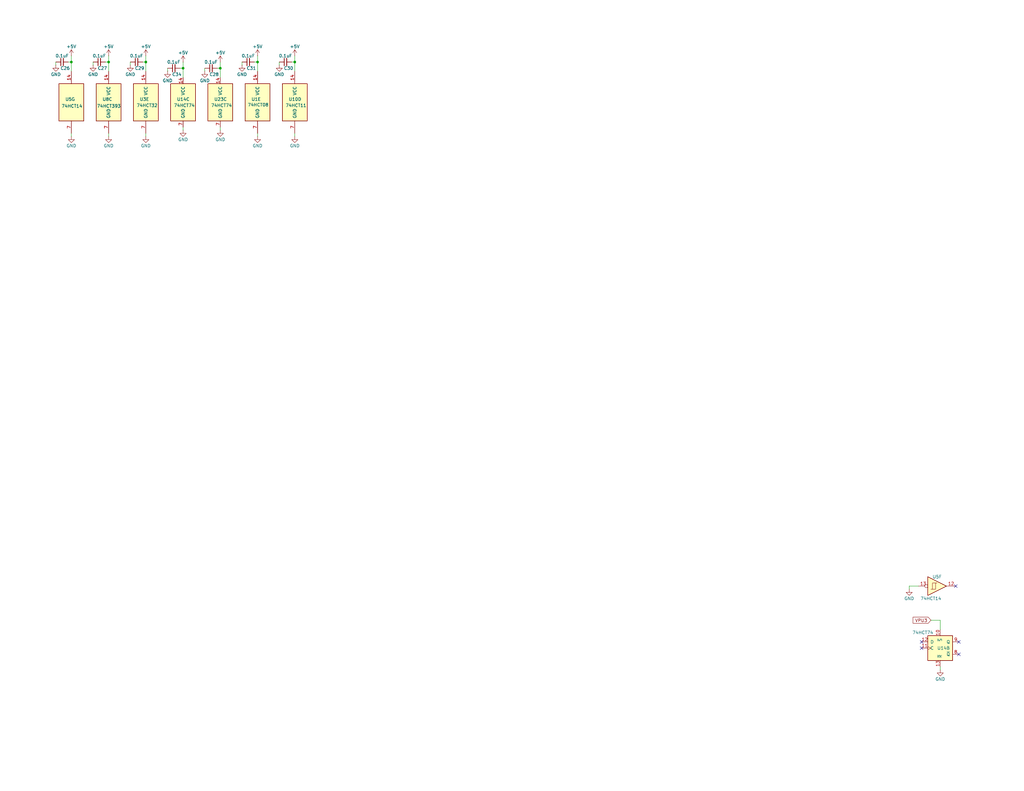
<source format=kicad_sch>
(kicad_sch
	(version 20250114)
	(generator "eeschema")
	(generator_version "9.0")
	(uuid "181e4608-4f50-4f14-83f7-141116ae3161")
	(paper "User" 419.1 323.85)
	(title_block
		(title "Main Board - Logic Power & Spares")
		(date "2025-08-15")
		(rev "v1.0")
		(company "Silky Design")
		(comment 1 "Copyright AESilky 2025")
	)
	(lib_symbols
		(symbol "74xx:74HCT74"
			(pin_names
				(offset 1.016)
			)
			(exclude_from_sim no)
			(in_bom yes)
			(on_board yes)
			(property "Reference" "U"
				(at -7.62 8.89 0)
				(effects
					(font
						(size 1.27 1.27)
					)
				)
			)
			(property "Value" "74HCT74"
				(at -7.62 -8.89 0)
				(effects
					(font
						(size 1.27 1.27)
					)
				)
			)
			(property "Footprint" ""
				(at 0 0 0)
				(effects
					(font
						(size 1.27 1.27)
					)
					(hide yes)
				)
			)
			(property "Datasheet" "https://assets.nexperia.com/documents/data-sheet/74HC_HCT74.pdf"
				(at 0 0 0)
				(effects
					(font
						(size 1.27 1.27)
					)
					(hide yes)
				)
			)
			(property "Description" "Dual D Flip-flop, Set & Reset"
				(at 0 0 0)
				(effects
					(font
						(size 1.27 1.27)
					)
					(hide yes)
				)
			)
			(property "ki_locked" ""
				(at 0 0 0)
				(effects
					(font
						(size 1.27 1.27)
					)
				)
			)
			(property "ki_keywords" "TTL DFF"
				(at 0 0 0)
				(effects
					(font
						(size 1.27 1.27)
					)
					(hide yes)
				)
			)
			(property "ki_fp_filters" "SO*3.9x8.65mm_P1.27mm* TSSOP*4.4x5mm_P0.65mm* DHVQFN*2.5x3mm_P0.5mm*"
				(at 0 0 0)
				(effects
					(font
						(size 1.27 1.27)
					)
					(hide yes)
				)
			)
			(symbol "74HCT74_1_0"
				(pin input line
					(at -7.62 2.54 0)
					(length 2.54)
					(name "D"
						(effects
							(font
								(size 1.27 1.27)
							)
						)
					)
					(number "2"
						(effects
							(font
								(size 1.27 1.27)
							)
						)
					)
				)
				(pin input clock
					(at -7.62 0 0)
					(length 2.54)
					(name "C"
						(effects
							(font
								(size 1.27 1.27)
							)
						)
					)
					(number "3"
						(effects
							(font
								(size 1.27 1.27)
							)
						)
					)
				)
				(pin input line
					(at 0 7.62 270)
					(length 2.54)
					(name "~{S}"
						(effects
							(font
								(size 1.27 1.27)
							)
						)
					)
					(number "4"
						(effects
							(font
								(size 1.27 1.27)
							)
						)
					)
				)
				(pin input line
					(at 0 -7.62 90)
					(length 2.54)
					(name "~{R}"
						(effects
							(font
								(size 1.27 1.27)
							)
						)
					)
					(number "1"
						(effects
							(font
								(size 1.27 1.27)
							)
						)
					)
				)
				(pin output line
					(at 7.62 2.54 180)
					(length 2.54)
					(name "Q"
						(effects
							(font
								(size 1.27 1.27)
							)
						)
					)
					(number "5"
						(effects
							(font
								(size 1.27 1.27)
							)
						)
					)
				)
				(pin output line
					(at 7.62 -2.54 180)
					(length 2.54)
					(name "~{Q}"
						(effects
							(font
								(size 1.27 1.27)
							)
						)
					)
					(number "6"
						(effects
							(font
								(size 1.27 1.27)
							)
						)
					)
				)
			)
			(symbol "74HCT74_1_1"
				(rectangle
					(start -5.08 5.08)
					(end 5.08 -5.08)
					(stroke
						(width 0.254)
						(type default)
					)
					(fill
						(type background)
					)
				)
			)
			(symbol "74HCT74_2_0"
				(pin input line
					(at -7.62 2.54 0)
					(length 2.54)
					(name "D"
						(effects
							(font
								(size 1.27 1.27)
							)
						)
					)
					(number "12"
						(effects
							(font
								(size 1.27 1.27)
							)
						)
					)
				)
				(pin input clock
					(at -7.62 0 0)
					(length 2.54)
					(name "C"
						(effects
							(font
								(size 1.27 1.27)
							)
						)
					)
					(number "11"
						(effects
							(font
								(size 1.27 1.27)
							)
						)
					)
				)
				(pin input line
					(at 0 7.62 270)
					(length 2.54)
					(name "~{S}"
						(effects
							(font
								(size 1.27 1.27)
							)
						)
					)
					(number "10"
						(effects
							(font
								(size 1.27 1.27)
							)
						)
					)
				)
				(pin input line
					(at 0 -7.62 90)
					(length 2.54)
					(name "~{R}"
						(effects
							(font
								(size 1.27 1.27)
							)
						)
					)
					(number "13"
						(effects
							(font
								(size 1.27 1.27)
							)
						)
					)
				)
				(pin output line
					(at 7.62 2.54 180)
					(length 2.54)
					(name "Q"
						(effects
							(font
								(size 1.27 1.27)
							)
						)
					)
					(number "9"
						(effects
							(font
								(size 1.27 1.27)
							)
						)
					)
				)
				(pin output line
					(at 7.62 -2.54 180)
					(length 2.54)
					(name "~{Q}"
						(effects
							(font
								(size 1.27 1.27)
							)
						)
					)
					(number "8"
						(effects
							(font
								(size 1.27 1.27)
							)
						)
					)
				)
			)
			(symbol "74HCT74_2_1"
				(rectangle
					(start -5.08 5.08)
					(end 5.08 -5.08)
					(stroke
						(width 0.254)
						(type default)
					)
					(fill
						(type background)
					)
				)
			)
			(symbol "74HCT74_3_0"
				(pin power_in line
					(at 0 10.16 270)
					(length 2.54)
					(name "VCC"
						(effects
							(font
								(size 1.27 1.27)
							)
						)
					)
					(number "14"
						(effects
							(font
								(size 1.27 1.27)
							)
						)
					)
				)
				(pin power_in line
					(at 0 -10.16 90)
					(length 2.54)
					(name "GND"
						(effects
							(font
								(size 1.27 1.27)
							)
						)
					)
					(number "7"
						(effects
							(font
								(size 1.27 1.27)
							)
						)
					)
				)
			)
			(symbol "74HCT74_3_1"
				(rectangle
					(start -5.08 7.62)
					(end 5.08 -7.62)
					(stroke
						(width 0.254)
						(type default)
					)
					(fill
						(type background)
					)
				)
			)
			(embedded_fonts no)
		)
		(symbol "74xx:74LS08"
			(pin_names
				(offset 1.016)
			)
			(exclude_from_sim no)
			(in_bom yes)
			(on_board yes)
			(property "Reference" "U"
				(at 0 1.27 0)
				(effects
					(font
						(size 1.27 1.27)
					)
				)
			)
			(property "Value" "74LS08"
				(at 0 -1.27 0)
				(effects
					(font
						(size 1.27 1.27)
					)
				)
			)
			(property "Footprint" ""
				(at 0 0 0)
				(effects
					(font
						(size 1.27 1.27)
					)
					(hide yes)
				)
			)
			(property "Datasheet" "http://www.ti.com/lit/gpn/sn74LS08"
				(at 0 0 0)
				(effects
					(font
						(size 1.27 1.27)
					)
					(hide yes)
				)
			)
			(property "Description" "Quad And2"
				(at 0 0 0)
				(effects
					(font
						(size 1.27 1.27)
					)
					(hide yes)
				)
			)
			(property "ki_locked" ""
				(at 0 0 0)
				(effects
					(font
						(size 1.27 1.27)
					)
				)
			)
			(property "ki_keywords" "TTL and2"
				(at 0 0 0)
				(effects
					(font
						(size 1.27 1.27)
					)
					(hide yes)
				)
			)
			(property "ki_fp_filters" "DIP*W7.62mm*"
				(at 0 0 0)
				(effects
					(font
						(size 1.27 1.27)
					)
					(hide yes)
				)
			)
			(symbol "74LS08_1_1"
				(arc
					(start 0 3.81)
					(mid 3.7934 0)
					(end 0 -3.81)
					(stroke
						(width 0.254)
						(type default)
					)
					(fill
						(type background)
					)
				)
				(polyline
					(pts
						(xy 0 3.81) (xy -3.81 3.81) (xy -3.81 -3.81) (xy 0 -3.81)
					)
					(stroke
						(width 0.254)
						(type default)
					)
					(fill
						(type background)
					)
				)
				(pin input line
					(at -7.62 2.54 0)
					(length 3.81)
					(name "~"
						(effects
							(font
								(size 1.27 1.27)
							)
						)
					)
					(number "1"
						(effects
							(font
								(size 1.27 1.27)
							)
						)
					)
				)
				(pin input line
					(at -7.62 -2.54 0)
					(length 3.81)
					(name "~"
						(effects
							(font
								(size 1.27 1.27)
							)
						)
					)
					(number "2"
						(effects
							(font
								(size 1.27 1.27)
							)
						)
					)
				)
				(pin output line
					(at 7.62 0 180)
					(length 3.81)
					(name "~"
						(effects
							(font
								(size 1.27 1.27)
							)
						)
					)
					(number "3"
						(effects
							(font
								(size 1.27 1.27)
							)
						)
					)
				)
			)
			(symbol "74LS08_1_2"
				(arc
					(start -3.81 3.81)
					(mid -2.589 0)
					(end -3.81 -3.81)
					(stroke
						(width 0.254)
						(type default)
					)
					(fill
						(type none)
					)
				)
				(polyline
					(pts
						(xy -3.81 3.81) (xy -0.635 3.81)
					)
					(stroke
						(width 0.254)
						(type default)
					)
					(fill
						(type background)
					)
				)
				(polyline
					(pts
						(xy -3.81 -3.81) (xy -0.635 -3.81)
					)
					(stroke
						(width 0.254)
						(type default)
					)
					(fill
						(type background)
					)
				)
				(arc
					(start 3.81 0)
					(mid 2.1855 -2.584)
					(end -0.6096 -3.81)
					(stroke
						(width 0.254)
						(type default)
					)
					(fill
						(type background)
					)
				)
				(arc
					(start -0.6096 3.81)
					(mid 2.1928 2.5924)
					(end 3.81 0)
					(stroke
						(width 0.254)
						(type default)
					)
					(fill
						(type background)
					)
				)
				(polyline
					(pts
						(xy -0.635 3.81) (xy -3.81 3.81) (xy -3.81 3.81) (xy -3.556 3.4036) (xy -3.0226 2.2606) (xy -2.6924 1.0414)
						(xy -2.6162 -0.254) (xy -2.7686 -1.4986) (xy -3.175 -2.7178) (xy -3.81 -3.81) (xy -3.81 -3.81)
						(xy -0.635 -3.81)
					)
					(stroke
						(width -25.4)
						(type default)
					)
					(fill
						(type background)
					)
				)
				(pin input inverted
					(at -7.62 2.54 0)
					(length 4.318)
					(name "~"
						(effects
							(font
								(size 1.27 1.27)
							)
						)
					)
					(number "1"
						(effects
							(font
								(size 1.27 1.27)
							)
						)
					)
				)
				(pin input inverted
					(at -7.62 -2.54 0)
					(length 4.318)
					(name "~"
						(effects
							(font
								(size 1.27 1.27)
							)
						)
					)
					(number "2"
						(effects
							(font
								(size 1.27 1.27)
							)
						)
					)
				)
				(pin output inverted
					(at 7.62 0 180)
					(length 3.81)
					(name "~"
						(effects
							(font
								(size 1.27 1.27)
							)
						)
					)
					(number "3"
						(effects
							(font
								(size 1.27 1.27)
							)
						)
					)
				)
			)
			(symbol "74LS08_2_1"
				(arc
					(start 0 3.81)
					(mid 3.7934 0)
					(end 0 -3.81)
					(stroke
						(width 0.254)
						(type default)
					)
					(fill
						(type background)
					)
				)
				(polyline
					(pts
						(xy 0 3.81) (xy -3.81 3.81) (xy -3.81 -3.81) (xy 0 -3.81)
					)
					(stroke
						(width 0.254)
						(type default)
					)
					(fill
						(type background)
					)
				)
				(pin input line
					(at -7.62 2.54 0)
					(length 3.81)
					(name "~"
						(effects
							(font
								(size 1.27 1.27)
							)
						)
					)
					(number "4"
						(effects
							(font
								(size 1.27 1.27)
							)
						)
					)
				)
				(pin input line
					(at -7.62 -2.54 0)
					(length 3.81)
					(name "~"
						(effects
							(font
								(size 1.27 1.27)
							)
						)
					)
					(number "5"
						(effects
							(font
								(size 1.27 1.27)
							)
						)
					)
				)
				(pin output line
					(at 7.62 0 180)
					(length 3.81)
					(name "~"
						(effects
							(font
								(size 1.27 1.27)
							)
						)
					)
					(number "6"
						(effects
							(font
								(size 1.27 1.27)
							)
						)
					)
				)
			)
			(symbol "74LS08_2_2"
				(arc
					(start -3.81 3.81)
					(mid -2.589 0)
					(end -3.81 -3.81)
					(stroke
						(width 0.254)
						(type default)
					)
					(fill
						(type none)
					)
				)
				(polyline
					(pts
						(xy -3.81 3.81) (xy -0.635 3.81)
					)
					(stroke
						(width 0.254)
						(type default)
					)
					(fill
						(type background)
					)
				)
				(polyline
					(pts
						(xy -3.81 -3.81) (xy -0.635 -3.81)
					)
					(stroke
						(width 0.254)
						(type default)
					)
					(fill
						(type background)
					)
				)
				(arc
					(start 3.81 0)
					(mid 2.1855 -2.584)
					(end -0.6096 -3.81)
					(stroke
						(width 0.254)
						(type default)
					)
					(fill
						(type background)
					)
				)
				(arc
					(start -0.6096 3.81)
					(mid 2.1928 2.5924)
					(end 3.81 0)
					(stroke
						(width 0.254)
						(type default)
					)
					(fill
						(type background)
					)
				)
				(polyline
					(pts
						(xy -0.635 3.81) (xy -3.81 3.81) (xy -3.81 3.81) (xy -3.556 3.4036) (xy -3.0226 2.2606) (xy -2.6924 1.0414)
						(xy -2.6162 -0.254) (xy -2.7686 -1.4986) (xy -3.175 -2.7178) (xy -3.81 -3.81) (xy -3.81 -3.81)
						(xy -0.635 -3.81)
					)
					(stroke
						(width -25.4)
						(type default)
					)
					(fill
						(type background)
					)
				)
				(pin input inverted
					(at -7.62 2.54 0)
					(length 4.318)
					(name "~"
						(effects
							(font
								(size 1.27 1.27)
							)
						)
					)
					(number "4"
						(effects
							(font
								(size 1.27 1.27)
							)
						)
					)
				)
				(pin input inverted
					(at -7.62 -2.54 0)
					(length 4.318)
					(name "~"
						(effects
							(font
								(size 1.27 1.27)
							)
						)
					)
					(number "5"
						(effects
							(font
								(size 1.27 1.27)
							)
						)
					)
				)
				(pin output inverted
					(at 7.62 0 180)
					(length 3.81)
					(name "~"
						(effects
							(font
								(size 1.27 1.27)
							)
						)
					)
					(number "6"
						(effects
							(font
								(size 1.27 1.27)
							)
						)
					)
				)
			)
			(symbol "74LS08_3_1"
				(arc
					(start 0 3.81)
					(mid 3.7934 0)
					(end 0 -3.81)
					(stroke
						(width 0.254)
						(type default)
					)
					(fill
						(type background)
					)
				)
				(polyline
					(pts
						(xy 0 3.81) (xy -3.81 3.81) (xy -3.81 -3.81) (xy 0 -3.81)
					)
					(stroke
						(width 0.254)
						(type default)
					)
					(fill
						(type background)
					)
				)
				(pin input line
					(at -7.62 2.54 0)
					(length 3.81)
					(name "~"
						(effects
							(font
								(size 1.27 1.27)
							)
						)
					)
					(number "9"
						(effects
							(font
								(size 1.27 1.27)
							)
						)
					)
				)
				(pin input line
					(at -7.62 -2.54 0)
					(length 3.81)
					(name "~"
						(effects
							(font
								(size 1.27 1.27)
							)
						)
					)
					(number "10"
						(effects
							(font
								(size 1.27 1.27)
							)
						)
					)
				)
				(pin output line
					(at 7.62 0 180)
					(length 3.81)
					(name "~"
						(effects
							(font
								(size 1.27 1.27)
							)
						)
					)
					(number "8"
						(effects
							(font
								(size 1.27 1.27)
							)
						)
					)
				)
			)
			(symbol "74LS08_3_2"
				(arc
					(start -3.81 3.81)
					(mid -2.589 0)
					(end -3.81 -3.81)
					(stroke
						(width 0.254)
						(type default)
					)
					(fill
						(type none)
					)
				)
				(polyline
					(pts
						(xy -3.81 3.81) (xy -0.635 3.81)
					)
					(stroke
						(width 0.254)
						(type default)
					)
					(fill
						(type background)
					)
				)
				(polyline
					(pts
						(xy -3.81 -3.81) (xy -0.635 -3.81)
					)
					(stroke
						(width 0.254)
						(type default)
					)
					(fill
						(type background)
					)
				)
				(arc
					(start 3.81 0)
					(mid 2.1855 -2.584)
					(end -0.6096 -3.81)
					(stroke
						(width 0.254)
						(type default)
					)
					(fill
						(type background)
					)
				)
				(arc
					(start -0.6096 3.81)
					(mid 2.1928 2.5924)
					(end 3.81 0)
					(stroke
						(width 0.254)
						(type default)
					)
					(fill
						(type background)
					)
				)
				(polyline
					(pts
						(xy -0.635 3.81) (xy -3.81 3.81) (xy -3.81 3.81) (xy -3.556 3.4036) (xy -3.0226 2.2606) (xy -2.6924 1.0414)
						(xy -2.6162 -0.254) (xy -2.7686 -1.4986) (xy -3.175 -2.7178) (xy -3.81 -3.81) (xy -3.81 -3.81)
						(xy -0.635 -3.81)
					)
					(stroke
						(width -25.4)
						(type default)
					)
					(fill
						(type background)
					)
				)
				(pin input inverted
					(at -7.62 2.54 0)
					(length 4.318)
					(name "~"
						(effects
							(font
								(size 1.27 1.27)
							)
						)
					)
					(number "9"
						(effects
							(font
								(size 1.27 1.27)
							)
						)
					)
				)
				(pin input inverted
					(at -7.62 -2.54 0)
					(length 4.318)
					(name "~"
						(effects
							(font
								(size 1.27 1.27)
							)
						)
					)
					(number "10"
						(effects
							(font
								(size 1.27 1.27)
							)
						)
					)
				)
				(pin output inverted
					(at 7.62 0 180)
					(length 3.81)
					(name "~"
						(effects
							(font
								(size 1.27 1.27)
							)
						)
					)
					(number "8"
						(effects
							(font
								(size 1.27 1.27)
							)
						)
					)
				)
			)
			(symbol "74LS08_4_1"
				(arc
					(start 0 3.81)
					(mid 3.7934 0)
					(end 0 -3.81)
					(stroke
						(width 0.254)
						(type default)
					)
					(fill
						(type background)
					)
				)
				(polyline
					(pts
						(xy 0 3.81) (xy -3.81 3.81) (xy -3.81 -3.81) (xy 0 -3.81)
					)
					(stroke
						(width 0.254)
						(type default)
					)
					(fill
						(type background)
					)
				)
				(pin input line
					(at -7.62 2.54 0)
					(length 3.81)
					(name "~"
						(effects
							(font
								(size 1.27 1.27)
							)
						)
					)
					(number "12"
						(effects
							(font
								(size 1.27 1.27)
							)
						)
					)
				)
				(pin input line
					(at -7.62 -2.54 0)
					(length 3.81)
					(name "~"
						(effects
							(font
								(size 1.27 1.27)
							)
						)
					)
					(number "13"
						(effects
							(font
								(size 1.27 1.27)
							)
						)
					)
				)
				(pin output line
					(at 7.62 0 180)
					(length 3.81)
					(name "~"
						(effects
							(font
								(size 1.27 1.27)
							)
						)
					)
					(number "11"
						(effects
							(font
								(size 1.27 1.27)
							)
						)
					)
				)
			)
			(symbol "74LS08_4_2"
				(arc
					(start -3.81 3.81)
					(mid -2.589 0)
					(end -3.81 -3.81)
					(stroke
						(width 0.254)
						(type default)
					)
					(fill
						(type none)
					)
				)
				(polyline
					(pts
						(xy -3.81 3.81) (xy -0.635 3.81)
					)
					(stroke
						(width 0.254)
						(type default)
					)
					(fill
						(type background)
					)
				)
				(polyline
					(pts
						(xy -3.81 -3.81) (xy -0.635 -3.81)
					)
					(stroke
						(width 0.254)
						(type default)
					)
					(fill
						(type background)
					)
				)
				(arc
					(start 3.81 0)
					(mid 2.1855 -2.584)
					(end -0.6096 -3.81)
					(stroke
						(width 0.254)
						(type default)
					)
					(fill
						(type background)
					)
				)
				(arc
					(start -0.6096 3.81)
					(mid 2.1928 2.5924)
					(end 3.81 0)
					(stroke
						(width 0.254)
						(type default)
					)
					(fill
						(type background)
					)
				)
				(polyline
					(pts
						(xy -0.635 3.81) (xy -3.81 3.81) (xy -3.81 3.81) (xy -3.556 3.4036) (xy -3.0226 2.2606) (xy -2.6924 1.0414)
						(xy -2.6162 -0.254) (xy -2.7686 -1.4986) (xy -3.175 -2.7178) (xy -3.81 -3.81) (xy -3.81 -3.81)
						(xy -0.635 -3.81)
					)
					(stroke
						(width -25.4)
						(type default)
					)
					(fill
						(type background)
					)
				)
				(pin input inverted
					(at -7.62 2.54 0)
					(length 4.318)
					(name "~"
						(effects
							(font
								(size 1.27 1.27)
							)
						)
					)
					(number "12"
						(effects
							(font
								(size 1.27 1.27)
							)
						)
					)
				)
				(pin input inverted
					(at -7.62 -2.54 0)
					(length 4.318)
					(name "~"
						(effects
							(font
								(size 1.27 1.27)
							)
						)
					)
					(number "13"
						(effects
							(font
								(size 1.27 1.27)
							)
						)
					)
				)
				(pin output inverted
					(at 7.62 0 180)
					(length 3.81)
					(name "~"
						(effects
							(font
								(size 1.27 1.27)
							)
						)
					)
					(number "11"
						(effects
							(font
								(size 1.27 1.27)
							)
						)
					)
				)
			)
			(symbol "74LS08_5_0"
				(pin power_in line
					(at 0 12.7 270)
					(length 5.08)
					(name "VCC"
						(effects
							(font
								(size 1.27 1.27)
							)
						)
					)
					(number "14"
						(effects
							(font
								(size 1.27 1.27)
							)
						)
					)
				)
				(pin power_in line
					(at 0 -12.7 90)
					(length 5.08)
					(name "GND"
						(effects
							(font
								(size 1.27 1.27)
							)
						)
					)
					(number "7"
						(effects
							(font
								(size 1.27 1.27)
							)
						)
					)
				)
			)
			(symbol "74LS08_5_1"
				(rectangle
					(start -5.08 7.62)
					(end 5.08 -7.62)
					(stroke
						(width 0.254)
						(type default)
					)
					(fill
						(type background)
					)
				)
			)
			(embedded_fonts no)
		)
		(symbol "74xx:74LS11"
			(pin_names
				(offset 1.016)
			)
			(exclude_from_sim no)
			(in_bom yes)
			(on_board yes)
			(property "Reference" "U"
				(at 0 1.27 0)
				(effects
					(font
						(size 1.27 1.27)
					)
				)
			)
			(property "Value" "74LS11"
				(at 0 -1.27 0)
				(effects
					(font
						(size 1.27 1.27)
					)
				)
			)
			(property "Footprint" ""
				(at 0 0 0)
				(effects
					(font
						(size 1.27 1.27)
					)
					(hide yes)
				)
			)
			(property "Datasheet" "http://www.ti.com/lit/gpn/sn74LS11"
				(at 0 0 0)
				(effects
					(font
						(size 1.27 1.27)
					)
					(hide yes)
				)
			)
			(property "Description" "Triple 3-input AND"
				(at 0 0 0)
				(effects
					(font
						(size 1.27 1.27)
					)
					(hide yes)
				)
			)
			(property "ki_locked" ""
				(at 0 0 0)
				(effects
					(font
						(size 1.27 1.27)
					)
				)
			)
			(property "ki_keywords" "TTL And3"
				(at 0 0 0)
				(effects
					(font
						(size 1.27 1.27)
					)
					(hide yes)
				)
			)
			(property "ki_fp_filters" "DIP*W7.62mm*"
				(at 0 0 0)
				(effects
					(font
						(size 1.27 1.27)
					)
					(hide yes)
				)
			)
			(symbol "74LS11_1_1"
				(arc
					(start 0 3.81)
					(mid 3.7934 0)
					(end 0 -3.81)
					(stroke
						(width 0.254)
						(type default)
					)
					(fill
						(type background)
					)
				)
				(polyline
					(pts
						(xy 0 3.81) (xy -3.81 3.81) (xy -3.81 -3.81) (xy 0 -3.81)
					)
					(stroke
						(width 0.254)
						(type default)
					)
					(fill
						(type background)
					)
				)
				(pin input line
					(at -7.62 2.54 0)
					(length 3.81)
					(name "~"
						(effects
							(font
								(size 1.27 1.27)
							)
						)
					)
					(number "1"
						(effects
							(font
								(size 1.27 1.27)
							)
						)
					)
				)
				(pin input line
					(at -7.62 0 0)
					(length 3.81)
					(name "~"
						(effects
							(font
								(size 1.27 1.27)
							)
						)
					)
					(number "2"
						(effects
							(font
								(size 1.27 1.27)
							)
						)
					)
				)
				(pin input line
					(at -7.62 -2.54 0)
					(length 3.81)
					(name "~"
						(effects
							(font
								(size 1.27 1.27)
							)
						)
					)
					(number "13"
						(effects
							(font
								(size 1.27 1.27)
							)
						)
					)
				)
				(pin output line
					(at 7.62 0 180)
					(length 3.81)
					(name "~"
						(effects
							(font
								(size 1.27 1.27)
							)
						)
					)
					(number "12"
						(effects
							(font
								(size 1.27 1.27)
							)
						)
					)
				)
			)
			(symbol "74LS11_1_2"
				(arc
					(start -3.81 3.81)
					(mid -2.589 0)
					(end -3.81 -3.81)
					(stroke
						(width 0.254)
						(type default)
					)
					(fill
						(type none)
					)
				)
				(polyline
					(pts
						(xy -3.81 3.81) (xy -0.635 3.81)
					)
					(stroke
						(width 0.254)
						(type default)
					)
					(fill
						(type background)
					)
				)
				(polyline
					(pts
						(xy -3.81 -3.81) (xy -0.635 -3.81)
					)
					(stroke
						(width 0.254)
						(type default)
					)
					(fill
						(type background)
					)
				)
				(arc
					(start 3.81 0)
					(mid 2.1855 -2.584)
					(end -0.6096 -3.81)
					(stroke
						(width 0.254)
						(type default)
					)
					(fill
						(type background)
					)
				)
				(arc
					(start -0.6096 3.81)
					(mid 2.1928 2.5924)
					(end 3.81 0)
					(stroke
						(width 0.254)
						(type default)
					)
					(fill
						(type background)
					)
				)
				(polyline
					(pts
						(xy -0.635 3.81) (xy -3.81 3.81) (xy -3.81 3.81) (xy -3.556 3.4036) (xy -3.0226 2.2606) (xy -2.6924 1.0414)
						(xy -2.6162 -0.254) (xy -2.7686 -1.4986) (xy -3.175 -2.7178) (xy -3.81 -3.81) (xy -3.81 -3.81)
						(xy -0.635 -3.81)
					)
					(stroke
						(width -25.4)
						(type default)
					)
					(fill
						(type background)
					)
				)
				(pin input inverted
					(at -7.62 2.54 0)
					(length 4.318)
					(name "~"
						(effects
							(font
								(size 1.27 1.27)
							)
						)
					)
					(number "1"
						(effects
							(font
								(size 1.27 1.27)
							)
						)
					)
				)
				(pin input inverted
					(at -7.62 0 0)
					(length 4.953)
					(name "~"
						(effects
							(font
								(size 1.27 1.27)
							)
						)
					)
					(number "2"
						(effects
							(font
								(size 1.27 1.27)
							)
						)
					)
				)
				(pin input inverted
					(at -7.62 -2.54 0)
					(length 4.318)
					(name "~"
						(effects
							(font
								(size 1.27 1.27)
							)
						)
					)
					(number "13"
						(effects
							(font
								(size 1.27 1.27)
							)
						)
					)
				)
				(pin output inverted
					(at 7.62 0 180)
					(length 3.81)
					(name "~"
						(effects
							(font
								(size 1.27 1.27)
							)
						)
					)
					(number "12"
						(effects
							(font
								(size 1.27 1.27)
							)
						)
					)
				)
			)
			(symbol "74LS11_2_1"
				(arc
					(start 0 3.81)
					(mid 3.7934 0)
					(end 0 -3.81)
					(stroke
						(width 0.254)
						(type default)
					)
					(fill
						(type background)
					)
				)
				(polyline
					(pts
						(xy 0 3.81) (xy -3.81 3.81) (xy -3.81 -3.81) (xy 0 -3.81)
					)
					(stroke
						(width 0.254)
						(type default)
					)
					(fill
						(type background)
					)
				)
				(pin input line
					(at -7.62 2.54 0)
					(length 3.81)
					(name "~"
						(effects
							(font
								(size 1.27 1.27)
							)
						)
					)
					(number "3"
						(effects
							(font
								(size 1.27 1.27)
							)
						)
					)
				)
				(pin input line
					(at -7.62 0 0)
					(length 3.81)
					(name "~"
						(effects
							(font
								(size 1.27 1.27)
							)
						)
					)
					(number "4"
						(effects
							(font
								(size 1.27 1.27)
							)
						)
					)
				)
				(pin input line
					(at -7.62 -2.54 0)
					(length 3.81)
					(name "~"
						(effects
							(font
								(size 1.27 1.27)
							)
						)
					)
					(number "5"
						(effects
							(font
								(size 1.27 1.27)
							)
						)
					)
				)
				(pin output line
					(at 7.62 0 180)
					(length 3.81)
					(name "~"
						(effects
							(font
								(size 1.27 1.27)
							)
						)
					)
					(number "6"
						(effects
							(font
								(size 1.27 1.27)
							)
						)
					)
				)
			)
			(symbol "74LS11_2_2"
				(arc
					(start -3.81 3.81)
					(mid -2.589 0)
					(end -3.81 -3.81)
					(stroke
						(width 0.254)
						(type default)
					)
					(fill
						(type none)
					)
				)
				(polyline
					(pts
						(xy -3.81 3.81) (xy -0.635 3.81)
					)
					(stroke
						(width 0.254)
						(type default)
					)
					(fill
						(type background)
					)
				)
				(polyline
					(pts
						(xy -3.81 -3.81) (xy -0.635 -3.81)
					)
					(stroke
						(width 0.254)
						(type default)
					)
					(fill
						(type background)
					)
				)
				(arc
					(start 3.81 0)
					(mid 2.1855 -2.584)
					(end -0.6096 -3.81)
					(stroke
						(width 0.254)
						(type default)
					)
					(fill
						(type background)
					)
				)
				(arc
					(start -0.6096 3.81)
					(mid 2.1928 2.5924)
					(end 3.81 0)
					(stroke
						(width 0.254)
						(type default)
					)
					(fill
						(type background)
					)
				)
				(polyline
					(pts
						(xy -0.635 3.81) (xy -3.81 3.81) (xy -3.81 3.81) (xy -3.556 3.4036) (xy -3.0226 2.2606) (xy -2.6924 1.0414)
						(xy -2.6162 -0.254) (xy -2.7686 -1.4986) (xy -3.175 -2.7178) (xy -3.81 -3.81) (xy -3.81 -3.81)
						(xy -0.635 -3.81)
					)
					(stroke
						(width -25.4)
						(type default)
					)
					(fill
						(type background)
					)
				)
				(pin input inverted
					(at -7.62 2.54 0)
					(length 4.318)
					(name "~"
						(effects
							(font
								(size 1.27 1.27)
							)
						)
					)
					(number "3"
						(effects
							(font
								(size 1.27 1.27)
							)
						)
					)
				)
				(pin input inverted
					(at -7.62 0 0)
					(length 4.953)
					(name "~"
						(effects
							(font
								(size 1.27 1.27)
							)
						)
					)
					(number "4"
						(effects
							(font
								(size 1.27 1.27)
							)
						)
					)
				)
				(pin input inverted
					(at -7.62 -2.54 0)
					(length 4.318)
					(name "~"
						(effects
							(font
								(size 1.27 1.27)
							)
						)
					)
					(number "5"
						(effects
							(font
								(size 1.27 1.27)
							)
						)
					)
				)
				(pin output inverted
					(at 7.62 0 180)
					(length 3.81)
					(name "~"
						(effects
							(font
								(size 1.27 1.27)
							)
						)
					)
					(number "6"
						(effects
							(font
								(size 1.27 1.27)
							)
						)
					)
				)
			)
			(symbol "74LS11_3_1"
				(arc
					(start 0 3.81)
					(mid 3.7934 0)
					(end 0 -3.81)
					(stroke
						(width 0.254)
						(type default)
					)
					(fill
						(type background)
					)
				)
				(polyline
					(pts
						(xy 0 3.81) (xy -3.81 3.81) (xy -3.81 -3.81) (xy 0 -3.81)
					)
					(stroke
						(width 0.254)
						(type default)
					)
					(fill
						(type background)
					)
				)
				(pin input line
					(at -7.62 2.54 0)
					(length 3.81)
					(name "~"
						(effects
							(font
								(size 1.27 1.27)
							)
						)
					)
					(number "9"
						(effects
							(font
								(size 1.27 1.27)
							)
						)
					)
				)
				(pin input line
					(at -7.62 0 0)
					(length 3.81)
					(name "~"
						(effects
							(font
								(size 1.27 1.27)
							)
						)
					)
					(number "10"
						(effects
							(font
								(size 1.27 1.27)
							)
						)
					)
				)
				(pin input line
					(at -7.62 -2.54 0)
					(length 3.81)
					(name "~"
						(effects
							(font
								(size 1.27 1.27)
							)
						)
					)
					(number "11"
						(effects
							(font
								(size 1.27 1.27)
							)
						)
					)
				)
				(pin output line
					(at 7.62 0 180)
					(length 3.81)
					(name "~"
						(effects
							(font
								(size 1.27 1.27)
							)
						)
					)
					(number "8"
						(effects
							(font
								(size 1.27 1.27)
							)
						)
					)
				)
			)
			(symbol "74LS11_3_2"
				(arc
					(start -3.81 3.81)
					(mid -2.589 0)
					(end -3.81 -3.81)
					(stroke
						(width 0.254)
						(type default)
					)
					(fill
						(type none)
					)
				)
				(polyline
					(pts
						(xy -3.81 3.81) (xy -0.635 3.81)
					)
					(stroke
						(width 0.254)
						(type default)
					)
					(fill
						(type background)
					)
				)
				(polyline
					(pts
						(xy -3.81 -3.81) (xy -0.635 -3.81)
					)
					(stroke
						(width 0.254)
						(type default)
					)
					(fill
						(type background)
					)
				)
				(arc
					(start 3.81 0)
					(mid 2.1855 -2.584)
					(end -0.6096 -3.81)
					(stroke
						(width 0.254)
						(type default)
					)
					(fill
						(type background)
					)
				)
				(arc
					(start -0.6096 3.81)
					(mid 2.1928 2.5924)
					(end 3.81 0)
					(stroke
						(width 0.254)
						(type default)
					)
					(fill
						(type background)
					)
				)
				(polyline
					(pts
						(xy -0.635 3.81) (xy -3.81 3.81) (xy -3.81 3.81) (xy -3.556 3.4036) (xy -3.0226 2.2606) (xy -2.6924 1.0414)
						(xy -2.6162 -0.254) (xy -2.7686 -1.4986) (xy -3.175 -2.7178) (xy -3.81 -3.81) (xy -3.81 -3.81)
						(xy -0.635 -3.81)
					)
					(stroke
						(width -25.4)
						(type default)
					)
					(fill
						(type background)
					)
				)
				(pin input inverted
					(at -7.62 2.54 0)
					(length 4.318)
					(name "~"
						(effects
							(font
								(size 1.27 1.27)
							)
						)
					)
					(number "9"
						(effects
							(font
								(size 1.27 1.27)
							)
						)
					)
				)
				(pin input inverted
					(at -7.62 0 0)
					(length 4.953)
					(name "~"
						(effects
							(font
								(size 1.27 1.27)
							)
						)
					)
					(number "10"
						(effects
							(font
								(size 1.27 1.27)
							)
						)
					)
				)
				(pin input inverted
					(at -7.62 -2.54 0)
					(length 4.318)
					(name "~"
						(effects
							(font
								(size 1.27 1.27)
							)
						)
					)
					(number "11"
						(effects
							(font
								(size 1.27 1.27)
							)
						)
					)
				)
				(pin output inverted
					(at 7.62 0 180)
					(length 3.81)
					(name "~"
						(effects
							(font
								(size 1.27 1.27)
							)
						)
					)
					(number "8"
						(effects
							(font
								(size 1.27 1.27)
							)
						)
					)
				)
			)
			(symbol "74LS11_4_0"
				(pin power_in line
					(at 0 12.7 270)
					(length 5.08)
					(name "VCC"
						(effects
							(font
								(size 1.27 1.27)
							)
						)
					)
					(number "14"
						(effects
							(font
								(size 1.27 1.27)
							)
						)
					)
				)
				(pin power_in line
					(at 0 -12.7 90)
					(length 5.08)
					(name "GND"
						(effects
							(font
								(size 1.27 1.27)
							)
						)
					)
					(number "7"
						(effects
							(font
								(size 1.27 1.27)
							)
						)
					)
				)
			)
			(symbol "74LS11_4_1"
				(rectangle
					(start -5.08 7.62)
					(end 5.08 -7.62)
					(stroke
						(width 0.254)
						(type default)
					)
					(fill
						(type background)
					)
				)
			)
			(embedded_fonts no)
		)
		(symbol "74xx:74LS32"
			(pin_names
				(offset 1.016)
			)
			(exclude_from_sim no)
			(in_bom yes)
			(on_board yes)
			(property "Reference" "U"
				(at 0 1.27 0)
				(effects
					(font
						(size 1.27 1.27)
					)
				)
			)
			(property "Value" "74LS32"
				(at 0 -1.27 0)
				(effects
					(font
						(size 1.27 1.27)
					)
				)
			)
			(property "Footprint" ""
				(at 0 0 0)
				(effects
					(font
						(size 1.27 1.27)
					)
					(hide yes)
				)
			)
			(property "Datasheet" "http://www.ti.com/lit/gpn/sn74LS32"
				(at 0 0 0)
				(effects
					(font
						(size 1.27 1.27)
					)
					(hide yes)
				)
			)
			(property "Description" "Quad 2-input OR"
				(at 0 0 0)
				(effects
					(font
						(size 1.27 1.27)
					)
					(hide yes)
				)
			)
			(property "ki_locked" ""
				(at 0 0 0)
				(effects
					(font
						(size 1.27 1.27)
					)
				)
			)
			(property "ki_keywords" "TTL Or2"
				(at 0 0 0)
				(effects
					(font
						(size 1.27 1.27)
					)
					(hide yes)
				)
			)
			(property "ki_fp_filters" "DIP?14*"
				(at 0 0 0)
				(effects
					(font
						(size 1.27 1.27)
					)
					(hide yes)
				)
			)
			(symbol "74LS32_1_1"
				(arc
					(start -3.81 3.81)
					(mid -2.589 0)
					(end -3.81 -3.81)
					(stroke
						(width 0.254)
						(type default)
					)
					(fill
						(type none)
					)
				)
				(polyline
					(pts
						(xy -3.81 3.81) (xy -0.635 3.81)
					)
					(stroke
						(width 0.254)
						(type default)
					)
					(fill
						(type background)
					)
				)
				(polyline
					(pts
						(xy -3.81 -3.81) (xy -0.635 -3.81)
					)
					(stroke
						(width 0.254)
						(type default)
					)
					(fill
						(type background)
					)
				)
				(arc
					(start 3.81 0)
					(mid 2.1855 -2.584)
					(end -0.6096 -3.81)
					(stroke
						(width 0.254)
						(type default)
					)
					(fill
						(type background)
					)
				)
				(arc
					(start -0.6096 3.81)
					(mid 2.1928 2.5924)
					(end 3.81 0)
					(stroke
						(width 0.254)
						(type default)
					)
					(fill
						(type background)
					)
				)
				(polyline
					(pts
						(xy -0.635 3.81) (xy -3.81 3.81) (xy -3.81 3.81) (xy -3.556 3.4036) (xy -3.0226 2.2606) (xy -2.6924 1.0414)
						(xy -2.6162 -0.254) (xy -2.7686 -1.4986) (xy -3.175 -2.7178) (xy -3.81 -3.81) (xy -3.81 -3.81)
						(xy -0.635 -3.81)
					)
					(stroke
						(width -25.4)
						(type default)
					)
					(fill
						(type background)
					)
				)
				(pin input line
					(at -7.62 2.54 0)
					(length 4.318)
					(name "~"
						(effects
							(font
								(size 1.27 1.27)
							)
						)
					)
					(number "1"
						(effects
							(font
								(size 1.27 1.27)
							)
						)
					)
				)
				(pin input line
					(at -7.62 -2.54 0)
					(length 4.318)
					(name "~"
						(effects
							(font
								(size 1.27 1.27)
							)
						)
					)
					(number "2"
						(effects
							(font
								(size 1.27 1.27)
							)
						)
					)
				)
				(pin output line
					(at 7.62 0 180)
					(length 3.81)
					(name "~"
						(effects
							(font
								(size 1.27 1.27)
							)
						)
					)
					(number "3"
						(effects
							(font
								(size 1.27 1.27)
							)
						)
					)
				)
			)
			(symbol "74LS32_1_2"
				(arc
					(start 0 3.81)
					(mid 3.7934 0)
					(end 0 -3.81)
					(stroke
						(width 0.254)
						(type default)
					)
					(fill
						(type background)
					)
				)
				(polyline
					(pts
						(xy 0 3.81) (xy -3.81 3.81) (xy -3.81 -3.81) (xy 0 -3.81)
					)
					(stroke
						(width 0.254)
						(type default)
					)
					(fill
						(type background)
					)
				)
				(pin input inverted
					(at -7.62 2.54 0)
					(length 3.81)
					(name "~"
						(effects
							(font
								(size 1.27 1.27)
							)
						)
					)
					(number "1"
						(effects
							(font
								(size 1.27 1.27)
							)
						)
					)
				)
				(pin input inverted
					(at -7.62 -2.54 0)
					(length 3.81)
					(name "~"
						(effects
							(font
								(size 1.27 1.27)
							)
						)
					)
					(number "2"
						(effects
							(font
								(size 1.27 1.27)
							)
						)
					)
				)
				(pin output inverted
					(at 7.62 0 180)
					(length 3.81)
					(name "~"
						(effects
							(font
								(size 1.27 1.27)
							)
						)
					)
					(number "3"
						(effects
							(font
								(size 1.27 1.27)
							)
						)
					)
				)
			)
			(symbol "74LS32_2_1"
				(arc
					(start -3.81 3.81)
					(mid -2.589 0)
					(end -3.81 -3.81)
					(stroke
						(width 0.254)
						(type default)
					)
					(fill
						(type none)
					)
				)
				(polyline
					(pts
						(xy -3.81 3.81) (xy -0.635 3.81)
					)
					(stroke
						(width 0.254)
						(type default)
					)
					(fill
						(type background)
					)
				)
				(polyline
					(pts
						(xy -3.81 -3.81) (xy -0.635 -3.81)
					)
					(stroke
						(width 0.254)
						(type default)
					)
					(fill
						(type background)
					)
				)
				(arc
					(start 3.81 0)
					(mid 2.1855 -2.584)
					(end -0.6096 -3.81)
					(stroke
						(width 0.254)
						(type default)
					)
					(fill
						(type background)
					)
				)
				(arc
					(start -0.6096 3.81)
					(mid 2.1928 2.5924)
					(end 3.81 0)
					(stroke
						(width 0.254)
						(type default)
					)
					(fill
						(type background)
					)
				)
				(polyline
					(pts
						(xy -0.635 3.81) (xy -3.81 3.81) (xy -3.81 3.81) (xy -3.556 3.4036) (xy -3.0226 2.2606) (xy -2.6924 1.0414)
						(xy -2.6162 -0.254) (xy -2.7686 -1.4986) (xy -3.175 -2.7178) (xy -3.81 -3.81) (xy -3.81 -3.81)
						(xy -0.635 -3.81)
					)
					(stroke
						(width -25.4)
						(type default)
					)
					(fill
						(type background)
					)
				)
				(pin input line
					(at -7.62 2.54 0)
					(length 4.318)
					(name "~"
						(effects
							(font
								(size 1.27 1.27)
							)
						)
					)
					(number "4"
						(effects
							(font
								(size 1.27 1.27)
							)
						)
					)
				)
				(pin input line
					(at -7.62 -2.54 0)
					(length 4.318)
					(name "~"
						(effects
							(font
								(size 1.27 1.27)
							)
						)
					)
					(number "5"
						(effects
							(font
								(size 1.27 1.27)
							)
						)
					)
				)
				(pin output line
					(at 7.62 0 180)
					(length 3.81)
					(name "~"
						(effects
							(font
								(size 1.27 1.27)
							)
						)
					)
					(number "6"
						(effects
							(font
								(size 1.27 1.27)
							)
						)
					)
				)
			)
			(symbol "74LS32_2_2"
				(arc
					(start 0 3.81)
					(mid 3.7934 0)
					(end 0 -3.81)
					(stroke
						(width 0.254)
						(type default)
					)
					(fill
						(type background)
					)
				)
				(polyline
					(pts
						(xy 0 3.81) (xy -3.81 3.81) (xy -3.81 -3.81) (xy 0 -3.81)
					)
					(stroke
						(width 0.254)
						(type default)
					)
					(fill
						(type background)
					)
				)
				(pin input inverted
					(at -7.62 2.54 0)
					(length 3.81)
					(name "~"
						(effects
							(font
								(size 1.27 1.27)
							)
						)
					)
					(number "4"
						(effects
							(font
								(size 1.27 1.27)
							)
						)
					)
				)
				(pin input inverted
					(at -7.62 -2.54 0)
					(length 3.81)
					(name "~"
						(effects
							(font
								(size 1.27 1.27)
							)
						)
					)
					(number "5"
						(effects
							(font
								(size 1.27 1.27)
							)
						)
					)
				)
				(pin output inverted
					(at 7.62 0 180)
					(length 3.81)
					(name "~"
						(effects
							(font
								(size 1.27 1.27)
							)
						)
					)
					(number "6"
						(effects
							(font
								(size 1.27 1.27)
							)
						)
					)
				)
			)
			(symbol "74LS32_3_1"
				(arc
					(start -3.81 3.81)
					(mid -2.589 0)
					(end -3.81 -3.81)
					(stroke
						(width 0.254)
						(type default)
					)
					(fill
						(type none)
					)
				)
				(polyline
					(pts
						(xy -3.81 3.81) (xy -0.635 3.81)
					)
					(stroke
						(width 0.254)
						(type default)
					)
					(fill
						(type background)
					)
				)
				(polyline
					(pts
						(xy -3.81 -3.81) (xy -0.635 -3.81)
					)
					(stroke
						(width 0.254)
						(type default)
					)
					(fill
						(type background)
					)
				)
				(arc
					(start 3.81 0)
					(mid 2.1855 -2.584)
					(end -0.6096 -3.81)
					(stroke
						(width 0.254)
						(type default)
					)
					(fill
						(type background)
					)
				)
				(arc
					(start -0.6096 3.81)
					(mid 2.1928 2.5924)
					(end 3.81 0)
					(stroke
						(width 0.254)
						(type default)
					)
					(fill
						(type background)
					)
				)
				(polyline
					(pts
						(xy -0.635 3.81) (xy -3.81 3.81) (xy -3.81 3.81) (xy -3.556 3.4036) (xy -3.0226 2.2606) (xy -2.6924 1.0414)
						(xy -2.6162 -0.254) (xy -2.7686 -1.4986) (xy -3.175 -2.7178) (xy -3.81 -3.81) (xy -3.81 -3.81)
						(xy -0.635 -3.81)
					)
					(stroke
						(width -25.4)
						(type default)
					)
					(fill
						(type background)
					)
				)
				(pin input line
					(at -7.62 2.54 0)
					(length 4.318)
					(name "~"
						(effects
							(font
								(size 1.27 1.27)
							)
						)
					)
					(number "9"
						(effects
							(font
								(size 1.27 1.27)
							)
						)
					)
				)
				(pin input line
					(at -7.62 -2.54 0)
					(length 4.318)
					(name "~"
						(effects
							(font
								(size 1.27 1.27)
							)
						)
					)
					(number "10"
						(effects
							(font
								(size 1.27 1.27)
							)
						)
					)
				)
				(pin output line
					(at 7.62 0 180)
					(length 3.81)
					(name "~"
						(effects
							(font
								(size 1.27 1.27)
							)
						)
					)
					(number "8"
						(effects
							(font
								(size 1.27 1.27)
							)
						)
					)
				)
			)
			(symbol "74LS32_3_2"
				(arc
					(start 0 3.81)
					(mid 3.7934 0)
					(end 0 -3.81)
					(stroke
						(width 0.254)
						(type default)
					)
					(fill
						(type background)
					)
				)
				(polyline
					(pts
						(xy 0 3.81) (xy -3.81 3.81) (xy -3.81 -3.81) (xy 0 -3.81)
					)
					(stroke
						(width 0.254)
						(type default)
					)
					(fill
						(type background)
					)
				)
				(pin input inverted
					(at -7.62 2.54 0)
					(length 3.81)
					(name "~"
						(effects
							(font
								(size 1.27 1.27)
							)
						)
					)
					(number "9"
						(effects
							(font
								(size 1.27 1.27)
							)
						)
					)
				)
				(pin input inverted
					(at -7.62 -2.54 0)
					(length 3.81)
					(name "~"
						(effects
							(font
								(size 1.27 1.27)
							)
						)
					)
					(number "10"
						(effects
							(font
								(size 1.27 1.27)
							)
						)
					)
				)
				(pin output inverted
					(at 7.62 0 180)
					(length 3.81)
					(name "~"
						(effects
							(font
								(size 1.27 1.27)
							)
						)
					)
					(number "8"
						(effects
							(font
								(size 1.27 1.27)
							)
						)
					)
				)
			)
			(symbol "74LS32_4_1"
				(arc
					(start -3.81 3.81)
					(mid -2.589 0)
					(end -3.81 -3.81)
					(stroke
						(width 0.254)
						(type default)
					)
					(fill
						(type none)
					)
				)
				(polyline
					(pts
						(xy -3.81 3.81) (xy -0.635 3.81)
					)
					(stroke
						(width 0.254)
						(type default)
					)
					(fill
						(type background)
					)
				)
				(polyline
					(pts
						(xy -3.81 -3.81) (xy -0.635 -3.81)
					)
					(stroke
						(width 0.254)
						(type default)
					)
					(fill
						(type background)
					)
				)
				(arc
					(start 3.81 0)
					(mid 2.1855 -2.584)
					(end -0.6096 -3.81)
					(stroke
						(width 0.254)
						(type default)
					)
					(fill
						(type background)
					)
				)
				(arc
					(start -0.6096 3.81)
					(mid 2.1928 2.5924)
					(end 3.81 0)
					(stroke
						(width 0.254)
						(type default)
					)
					(fill
						(type background)
					)
				)
				(polyline
					(pts
						(xy -0.635 3.81) (xy -3.81 3.81) (xy -3.81 3.81) (xy -3.556 3.4036) (xy -3.0226 2.2606) (xy -2.6924 1.0414)
						(xy -2.6162 -0.254) (xy -2.7686 -1.4986) (xy -3.175 -2.7178) (xy -3.81 -3.81) (xy -3.81 -3.81)
						(xy -0.635 -3.81)
					)
					(stroke
						(width -25.4)
						(type default)
					)
					(fill
						(type background)
					)
				)
				(pin input line
					(at -7.62 2.54 0)
					(length 4.318)
					(name "~"
						(effects
							(font
								(size 1.27 1.27)
							)
						)
					)
					(number "12"
						(effects
							(font
								(size 1.27 1.27)
							)
						)
					)
				)
				(pin input line
					(at -7.62 -2.54 0)
					(length 4.318)
					(name "~"
						(effects
							(font
								(size 1.27 1.27)
							)
						)
					)
					(number "13"
						(effects
							(font
								(size 1.27 1.27)
							)
						)
					)
				)
				(pin output line
					(at 7.62 0 180)
					(length 3.81)
					(name "~"
						(effects
							(font
								(size 1.27 1.27)
							)
						)
					)
					(number "11"
						(effects
							(font
								(size 1.27 1.27)
							)
						)
					)
				)
			)
			(symbol "74LS32_4_2"
				(arc
					(start 0 3.81)
					(mid 3.7934 0)
					(end 0 -3.81)
					(stroke
						(width 0.254)
						(type default)
					)
					(fill
						(type background)
					)
				)
				(polyline
					(pts
						(xy 0 3.81) (xy -3.81 3.81) (xy -3.81 -3.81) (xy 0 -3.81)
					)
					(stroke
						(width 0.254)
						(type default)
					)
					(fill
						(type background)
					)
				)
				(pin input inverted
					(at -7.62 2.54 0)
					(length 3.81)
					(name "~"
						(effects
							(font
								(size 1.27 1.27)
							)
						)
					)
					(number "12"
						(effects
							(font
								(size 1.27 1.27)
							)
						)
					)
				)
				(pin input inverted
					(at -7.62 -2.54 0)
					(length 3.81)
					(name "~"
						(effects
							(font
								(size 1.27 1.27)
							)
						)
					)
					(number "13"
						(effects
							(font
								(size 1.27 1.27)
							)
						)
					)
				)
				(pin output inverted
					(at 7.62 0 180)
					(length 3.81)
					(name "~"
						(effects
							(font
								(size 1.27 1.27)
							)
						)
					)
					(number "11"
						(effects
							(font
								(size 1.27 1.27)
							)
						)
					)
				)
			)
			(symbol "74LS32_5_0"
				(pin power_in line
					(at 0 12.7 270)
					(length 5.08)
					(name "VCC"
						(effects
							(font
								(size 1.27 1.27)
							)
						)
					)
					(number "14"
						(effects
							(font
								(size 1.27 1.27)
							)
						)
					)
				)
				(pin power_in line
					(at 0 -12.7 90)
					(length 5.08)
					(name "GND"
						(effects
							(font
								(size 1.27 1.27)
							)
						)
					)
					(number "7"
						(effects
							(font
								(size 1.27 1.27)
							)
						)
					)
				)
			)
			(symbol "74LS32_5_1"
				(rectangle
					(start -5.08 7.62)
					(end 5.08 -7.62)
					(stroke
						(width 0.254)
						(type default)
					)
					(fill
						(type background)
					)
				)
			)
			(embedded_fonts no)
		)
		(symbol "74xx:74LS393"
			(pin_names
				(offset 1.016)
			)
			(exclude_from_sim no)
			(in_bom yes)
			(on_board yes)
			(property "Reference" "U"
				(at -7.62 8.89 0)
				(effects
					(font
						(size 1.27 1.27)
					)
				)
			)
			(property "Value" "74LS393"
				(at -7.62 -8.89 0)
				(effects
					(font
						(size 1.27 1.27)
					)
				)
			)
			(property "Footprint" ""
				(at 0 0 0)
				(effects
					(font
						(size 1.27 1.27)
					)
					(hide yes)
				)
			)
			(property "Datasheet" "74xx\\74LS393.pdf"
				(at 0 0 0)
				(effects
					(font
						(size 1.27 1.27)
					)
					(hide yes)
				)
			)
			(property "Description" "Dual BCD 4-bit counter"
				(at 0 0 0)
				(effects
					(font
						(size 1.27 1.27)
					)
					(hide yes)
				)
			)
			(property "ki_locked" ""
				(at 0 0 0)
				(effects
					(font
						(size 1.27 1.27)
					)
				)
			)
			(property "ki_keywords" "TTL CNT CNT4"
				(at 0 0 0)
				(effects
					(font
						(size 1.27 1.27)
					)
					(hide yes)
				)
			)
			(property "ki_fp_filters" "DIP*W7.62mm*"
				(at 0 0 0)
				(effects
					(font
						(size 1.27 1.27)
					)
					(hide yes)
				)
			)
			(symbol "74LS393_1_0"
				(pin input clock
					(at -12.7 2.54 0)
					(length 5.08)
					(name "CP"
						(effects
							(font
								(size 1.27 1.27)
							)
						)
					)
					(number "1"
						(effects
							(font
								(size 1.27 1.27)
							)
						)
					)
				)
				(pin input line
					(at -12.7 -5.08 0)
					(length 5.08)
					(name "MR"
						(effects
							(font
								(size 1.27 1.27)
							)
						)
					)
					(number "2"
						(effects
							(font
								(size 1.27 1.27)
							)
						)
					)
				)
				(pin output line
					(at 12.7 2.54 180)
					(length 5.08)
					(name "Q0"
						(effects
							(font
								(size 1.27 1.27)
							)
						)
					)
					(number "3"
						(effects
							(font
								(size 1.27 1.27)
							)
						)
					)
				)
				(pin output line
					(at 12.7 0 180)
					(length 5.08)
					(name "Q1"
						(effects
							(font
								(size 1.27 1.27)
							)
						)
					)
					(number "4"
						(effects
							(font
								(size 1.27 1.27)
							)
						)
					)
				)
				(pin output line
					(at 12.7 -2.54 180)
					(length 5.08)
					(name "Q2"
						(effects
							(font
								(size 1.27 1.27)
							)
						)
					)
					(number "5"
						(effects
							(font
								(size 1.27 1.27)
							)
						)
					)
				)
				(pin output line
					(at 12.7 -5.08 180)
					(length 5.08)
					(name "Q3"
						(effects
							(font
								(size 1.27 1.27)
							)
						)
					)
					(number "6"
						(effects
							(font
								(size 1.27 1.27)
							)
						)
					)
				)
			)
			(symbol "74LS393_1_1"
				(rectangle
					(start -7.62 5.08)
					(end 7.62 -7.62)
					(stroke
						(width 0.254)
						(type default)
					)
					(fill
						(type background)
					)
				)
			)
			(symbol "74LS393_2_0"
				(pin input clock
					(at -12.7 2.54 0)
					(length 5.08)
					(name "CP"
						(effects
							(font
								(size 1.27 1.27)
							)
						)
					)
					(number "13"
						(effects
							(font
								(size 1.27 1.27)
							)
						)
					)
				)
				(pin input line
					(at -12.7 -5.08 0)
					(length 5.08)
					(name "MR"
						(effects
							(font
								(size 1.27 1.27)
							)
						)
					)
					(number "12"
						(effects
							(font
								(size 1.27 1.27)
							)
						)
					)
				)
				(pin output line
					(at 12.7 2.54 180)
					(length 5.08)
					(name "Q0"
						(effects
							(font
								(size 1.27 1.27)
							)
						)
					)
					(number "11"
						(effects
							(font
								(size 1.27 1.27)
							)
						)
					)
				)
				(pin output line
					(at 12.7 0 180)
					(length 5.08)
					(name "Q1"
						(effects
							(font
								(size 1.27 1.27)
							)
						)
					)
					(number "10"
						(effects
							(font
								(size 1.27 1.27)
							)
						)
					)
				)
				(pin output line
					(at 12.7 -2.54 180)
					(length 5.08)
					(name "Q2"
						(effects
							(font
								(size 1.27 1.27)
							)
						)
					)
					(number "9"
						(effects
							(font
								(size 1.27 1.27)
							)
						)
					)
				)
				(pin output line
					(at 12.7 -5.08 180)
					(length 5.08)
					(name "Q3"
						(effects
							(font
								(size 1.27 1.27)
							)
						)
					)
					(number "8"
						(effects
							(font
								(size 1.27 1.27)
							)
						)
					)
				)
			)
			(symbol "74LS393_2_1"
				(rectangle
					(start -7.62 5.08)
					(end 7.62 -7.62)
					(stroke
						(width 0.254)
						(type default)
					)
					(fill
						(type background)
					)
				)
			)
			(symbol "74LS393_3_0"
				(pin power_in line
					(at 0 12.7 270)
					(length 5.08)
					(name "VCC"
						(effects
							(font
								(size 1.27 1.27)
							)
						)
					)
					(number "14"
						(effects
							(font
								(size 1.27 1.27)
							)
						)
					)
				)
				(pin power_in line
					(at 0 -12.7 90)
					(length 5.08)
					(name "GND"
						(effects
							(font
								(size 1.27 1.27)
							)
						)
					)
					(number "7"
						(effects
							(font
								(size 1.27 1.27)
							)
						)
					)
				)
			)
			(symbol "74LS393_3_1"
				(rectangle
					(start -5.08 7.62)
					(end 5.08 -7.62)
					(stroke
						(width 0.254)
						(type default)
					)
					(fill
						(type background)
					)
				)
			)
			(embedded_fonts no)
		)
		(symbol "AES_Library:74HC14-AES"
			(pin_names
				(offset 1.016)
				(hide yes)
			)
			(exclude_from_sim no)
			(in_bom yes)
			(on_board yes)
			(property "Reference" "U"
				(at 0 1.27 0)
				(effects
					(font
						(size 1.27 1.27)
					)
				)
			)
			(property "Value" "74HC14-AES"
				(at 0 -1.27 0)
				(effects
					(font
						(size 1.27 1.27)
					)
				)
			)
			(property "Footprint" ""
				(at 0 0 0)
				(effects
					(font
						(size 1.27 1.27)
					)
					(hide yes)
				)
			)
			(property "Datasheet" "http://www.ti.com/lit/gpn/sn74HC14"
				(at 0 0 0)
				(effects
					(font
						(size 1.27 1.27)
					)
					(hide yes)
				)
			)
			(property "Description" "Hex inverter schmitt trigger"
				(at 0 0 0)
				(effects
					(font
						(size 1.27 1.27)
					)
					(hide yes)
				)
			)
			(property "ki_locked" ""
				(at 0 0 0)
				(effects
					(font
						(size 1.27 1.27)
					)
				)
			)
			(property "ki_keywords" "HCMOS not inverter"
				(at 0 0 0)
				(effects
					(font
						(size 1.27 1.27)
					)
					(hide yes)
				)
			)
			(property "ki_fp_filters" "DIP*W7.62mm*"
				(at 0 0 0)
				(effects
					(font
						(size 1.27 1.27)
					)
					(hide yes)
				)
			)
			(symbol "74HC14-AES_1_0"
				(polyline
					(pts
						(xy -3.81 3.81) (xy -3.81 -3.81) (xy 3.81 0) (xy -3.81 3.81)
					)
					(stroke
						(width 0.254)
						(type default)
					)
					(fill
						(type background)
					)
				)
			)
			(symbol "74HC14-AES_1_1"
				(polyline
					(pts
						(xy -2.54 -1.27) (xy -0.635 -1.27) (xy -0.635 1.27) (xy 0 1.27)
					)
					(stroke
						(width 0)
						(type default)
					)
					(fill
						(type none)
					)
				)
				(polyline
					(pts
						(xy -1.905 -1.27) (xy -1.905 1.27) (xy -0.635 1.27)
					)
					(stroke
						(width 0)
						(type default)
					)
					(fill
						(type none)
					)
				)
				(pin input line
					(at -7.62 0 0)
					(length 3.81)
					(name "~"
						(effects
							(font
								(size 1.27 1.27)
							)
						)
					)
					(number "1"
						(effects
							(font
								(size 1.27 1.27)
							)
						)
					)
				)
				(pin output inverted
					(at 7.62 0 180)
					(length 3.81)
					(name "~"
						(effects
							(font
								(size 1.27 1.27)
							)
						)
					)
					(number "2"
						(effects
							(font
								(size 1.27 1.27)
							)
						)
					)
				)
			)
			(symbol "74HC14-AES_1_2"
				(polyline
					(pts
						(xy -2.54 -1.27) (xy -0.635 -1.27) (xy -0.635 1.27) (xy 0 1.27)
					)
					(stroke
						(width 0)
						(type default)
					)
					(fill
						(type none)
					)
				)
				(polyline
					(pts
						(xy -1.905 -1.27) (xy -1.905 1.27) (xy -0.635 1.27)
					)
					(stroke
						(width 0)
						(type default)
					)
					(fill
						(type none)
					)
				)
				(pin input inverted
					(at -7.62 0 0)
					(length 3.81)
					(name "~"
						(effects
							(font
								(size 1.27 1.27)
							)
						)
					)
					(number "1"
						(effects
							(font
								(size 1.27 1.27)
							)
						)
					)
				)
				(pin output line
					(at 7.62 0 180)
					(length 3.81)
					(name "~"
						(effects
							(font
								(size 1.27 1.27)
							)
						)
					)
					(number "2"
						(effects
							(font
								(size 1.27 1.27)
							)
						)
					)
				)
			)
			(symbol "74HC14-AES_2_0"
				(polyline
					(pts
						(xy -3.81 3.81) (xy -3.81 -3.81) (xy 3.81 0) (xy -3.81 3.81)
					)
					(stroke
						(width 0.254)
						(type default)
					)
					(fill
						(type background)
					)
				)
			)
			(symbol "74HC14-AES_2_1"
				(polyline
					(pts
						(xy -2.54 -1.27) (xy -0.635 -1.27) (xy -0.635 1.27) (xy 0 1.27)
					)
					(stroke
						(width 0)
						(type default)
					)
					(fill
						(type none)
					)
				)
				(polyline
					(pts
						(xy -1.905 -1.27) (xy -1.905 1.27) (xy -0.635 1.27)
					)
					(stroke
						(width 0)
						(type default)
					)
					(fill
						(type none)
					)
				)
				(pin input line
					(at -7.62 0 0)
					(length 3.81)
					(name "~"
						(effects
							(font
								(size 1.27 1.27)
							)
						)
					)
					(number "3"
						(effects
							(font
								(size 1.27 1.27)
							)
						)
					)
				)
				(pin output inverted
					(at 7.62 0 180)
					(length 3.81)
					(name "~"
						(effects
							(font
								(size 1.27 1.27)
							)
						)
					)
					(number "4"
						(effects
							(font
								(size 1.27 1.27)
							)
						)
					)
				)
			)
			(symbol "74HC14-AES_2_2"
				(polyline
					(pts
						(xy -2.54 -1.27) (xy -0.635 -1.27) (xy -0.635 1.27) (xy 0 1.27)
					)
					(stroke
						(width 0)
						(type default)
					)
					(fill
						(type none)
					)
				)
				(polyline
					(pts
						(xy -1.905 -1.27) (xy -1.905 1.27) (xy -0.635 1.27)
					)
					(stroke
						(width 0)
						(type default)
					)
					(fill
						(type none)
					)
				)
				(pin input inverted
					(at -7.62 0 0)
					(length 3.81)
					(name "~"
						(effects
							(font
								(size 1.27 1.27)
							)
						)
					)
					(number "3"
						(effects
							(font
								(size 1.27 1.27)
							)
						)
					)
				)
				(pin output line
					(at 7.62 0 180)
					(length 3.81)
					(name "~"
						(effects
							(font
								(size 1.27 1.27)
							)
						)
					)
					(number "4"
						(effects
							(font
								(size 1.27 1.27)
							)
						)
					)
				)
			)
			(symbol "74HC14-AES_3_0"
				(polyline
					(pts
						(xy -3.81 3.81) (xy -3.81 -3.81) (xy 3.81 0) (xy -3.81 3.81)
					)
					(stroke
						(width 0.254)
						(type default)
					)
					(fill
						(type background)
					)
				)
			)
			(symbol "74HC14-AES_3_1"
				(polyline
					(pts
						(xy -2.54 -1.27) (xy -0.635 -1.27) (xy -0.635 1.27) (xy 0 1.27)
					)
					(stroke
						(width 0)
						(type default)
					)
					(fill
						(type none)
					)
				)
				(polyline
					(pts
						(xy -1.905 -1.27) (xy -1.905 1.27) (xy -0.635 1.27)
					)
					(stroke
						(width 0)
						(type default)
					)
					(fill
						(type none)
					)
				)
				(pin input line
					(at -7.62 0 0)
					(length 3.81)
					(name "~"
						(effects
							(font
								(size 1.27 1.27)
							)
						)
					)
					(number "5"
						(effects
							(font
								(size 1.27 1.27)
							)
						)
					)
				)
				(pin output inverted
					(at 7.62 0 180)
					(length 3.81)
					(name "~"
						(effects
							(font
								(size 1.27 1.27)
							)
						)
					)
					(number "6"
						(effects
							(font
								(size 1.27 1.27)
							)
						)
					)
				)
			)
			(symbol "74HC14-AES_3_2"
				(polyline
					(pts
						(xy -2.54 -1.27) (xy -0.635 -1.27) (xy -0.635 1.27) (xy 0 1.27)
					)
					(stroke
						(width 0)
						(type default)
					)
					(fill
						(type none)
					)
				)
				(polyline
					(pts
						(xy -1.905 -1.27) (xy -1.905 1.27) (xy -0.635 1.27)
					)
					(stroke
						(width 0)
						(type default)
					)
					(fill
						(type none)
					)
				)
				(pin input inverted
					(at -7.62 0 0)
					(length 3.81)
					(name "~"
						(effects
							(font
								(size 1.27 1.27)
							)
						)
					)
					(number "5"
						(effects
							(font
								(size 1.27 1.27)
							)
						)
					)
				)
				(pin output line
					(at 7.62 0 180)
					(length 3.81)
					(name "~"
						(effects
							(font
								(size 1.27 1.27)
							)
						)
					)
					(number "6"
						(effects
							(font
								(size 1.27 1.27)
							)
						)
					)
				)
			)
			(symbol "74HC14-AES_4_0"
				(polyline
					(pts
						(xy -3.81 3.81) (xy -3.81 -3.81) (xy 3.81 0) (xy -3.81 3.81)
					)
					(stroke
						(width 0.254)
						(type default)
					)
					(fill
						(type background)
					)
				)
			)
			(symbol "74HC14-AES_4_1"
				(polyline
					(pts
						(xy -2.54 -1.27) (xy -0.635 -1.27) (xy -0.635 1.27) (xy 0 1.27)
					)
					(stroke
						(width 0)
						(type default)
					)
					(fill
						(type none)
					)
				)
				(polyline
					(pts
						(xy -1.905 -1.27) (xy -1.905 1.27) (xy -0.635 1.27)
					)
					(stroke
						(width 0)
						(type default)
					)
					(fill
						(type none)
					)
				)
				(pin input line
					(at -7.62 0 0)
					(length 3.81)
					(name "~"
						(effects
							(font
								(size 1.27 1.27)
							)
						)
					)
					(number "9"
						(effects
							(font
								(size 1.27 1.27)
							)
						)
					)
				)
				(pin output inverted
					(at 7.62 0 180)
					(length 3.81)
					(name "~"
						(effects
							(font
								(size 1.27 1.27)
							)
						)
					)
					(number "8"
						(effects
							(font
								(size 1.27 1.27)
							)
						)
					)
				)
			)
			(symbol "74HC14-AES_4_2"
				(polyline
					(pts
						(xy -2.54 -1.27) (xy -0.635 -1.27) (xy -0.635 1.27) (xy 0 1.27)
					)
					(stroke
						(width 0)
						(type default)
					)
					(fill
						(type none)
					)
				)
				(polyline
					(pts
						(xy -1.905 -1.27) (xy -1.905 1.27) (xy -0.635 1.27)
					)
					(stroke
						(width 0)
						(type default)
					)
					(fill
						(type none)
					)
				)
				(pin input inverted
					(at -7.62 0 0)
					(length 3.81)
					(name "~"
						(effects
							(font
								(size 1.27 1.27)
							)
						)
					)
					(number "9"
						(effects
							(font
								(size 1.27 1.27)
							)
						)
					)
				)
				(pin output line
					(at 7.62 0 180)
					(length 3.81)
					(name "~"
						(effects
							(font
								(size 1.27 1.27)
							)
						)
					)
					(number "8"
						(effects
							(font
								(size 1.27 1.27)
							)
						)
					)
				)
			)
			(symbol "74HC14-AES_5_0"
				(polyline
					(pts
						(xy -3.81 3.81) (xy -3.81 -3.81) (xy 3.81 0) (xy -3.81 3.81)
					)
					(stroke
						(width 0.254)
						(type default)
					)
					(fill
						(type background)
					)
				)
			)
			(symbol "74HC14-AES_5_1"
				(polyline
					(pts
						(xy -2.54 -1.27) (xy -0.635 -1.27) (xy -0.635 1.27) (xy 0 1.27)
					)
					(stroke
						(width 0)
						(type default)
					)
					(fill
						(type none)
					)
				)
				(polyline
					(pts
						(xy -1.905 -1.27) (xy -1.905 1.27) (xy -0.635 1.27)
					)
					(stroke
						(width 0)
						(type default)
					)
					(fill
						(type none)
					)
				)
				(pin input line
					(at -7.62 0 0)
					(length 3.81)
					(name "~"
						(effects
							(font
								(size 1.27 1.27)
							)
						)
					)
					(number "11"
						(effects
							(font
								(size 1.27 1.27)
							)
						)
					)
				)
				(pin output inverted
					(at 7.62 0 180)
					(length 3.81)
					(name "~"
						(effects
							(font
								(size 1.27 1.27)
							)
						)
					)
					(number "10"
						(effects
							(font
								(size 1.27 1.27)
							)
						)
					)
				)
			)
			(symbol "74HC14-AES_5_2"
				(polyline
					(pts
						(xy -2.54 -1.27) (xy -0.635 -1.27) (xy -0.635 1.27) (xy 0 1.27)
					)
					(stroke
						(width 0)
						(type default)
					)
					(fill
						(type none)
					)
				)
				(polyline
					(pts
						(xy -1.905 -1.27) (xy -1.905 1.27) (xy -0.635 1.27)
					)
					(stroke
						(width 0)
						(type default)
					)
					(fill
						(type none)
					)
				)
				(pin input inverted
					(at -7.62 0 0)
					(length 3.81)
					(name "~"
						(effects
							(font
								(size 1.27 1.27)
							)
						)
					)
					(number "11"
						(effects
							(font
								(size 1.27 1.27)
							)
						)
					)
				)
				(pin output line
					(at 7.62 0 180)
					(length 3.81)
					(name "~"
						(effects
							(font
								(size 1.27 1.27)
							)
						)
					)
					(number "10"
						(effects
							(font
								(size 1.27 1.27)
							)
						)
					)
				)
			)
			(symbol "74HC14-AES_6_0"
				(polyline
					(pts
						(xy -3.81 3.81) (xy -3.81 -3.81) (xy 3.81 0) (xy -3.81 3.81)
					)
					(stroke
						(width 0.254)
						(type default)
					)
					(fill
						(type background)
					)
				)
			)
			(symbol "74HC14-AES_6_1"
				(polyline
					(pts
						(xy -2.54 -1.27) (xy -0.635 -1.27) (xy -0.635 1.27) (xy 0 1.27)
					)
					(stroke
						(width 0)
						(type default)
					)
					(fill
						(type none)
					)
				)
				(polyline
					(pts
						(xy -1.905 -1.27) (xy -1.905 1.27) (xy -0.635 1.27)
					)
					(stroke
						(width 0)
						(type default)
					)
					(fill
						(type none)
					)
				)
				(pin input line
					(at -7.62 0 0)
					(length 3.81)
					(name "~"
						(effects
							(font
								(size 1.27 1.27)
							)
						)
					)
					(number "13"
						(effects
							(font
								(size 1.27 1.27)
							)
						)
					)
				)
				(pin output inverted
					(at 7.62 0 180)
					(length 3.81)
					(name "~"
						(effects
							(font
								(size 1.27 1.27)
							)
						)
					)
					(number "12"
						(effects
							(font
								(size 1.27 1.27)
							)
						)
					)
				)
			)
			(symbol "74HC14-AES_6_2"
				(polyline
					(pts
						(xy -2.54 -1.27) (xy -0.635 -1.27) (xy -0.635 1.27) (xy 0 1.27)
					)
					(stroke
						(width 0)
						(type default)
					)
					(fill
						(type none)
					)
				)
				(polyline
					(pts
						(xy -1.905 -1.27) (xy -1.905 1.27) (xy -0.635 1.27)
					)
					(stroke
						(width 0)
						(type default)
					)
					(fill
						(type none)
					)
				)
				(pin input inverted
					(at -7.62 0 0)
					(length 3.81)
					(name "~"
						(effects
							(font
								(size 1.27 1.27)
							)
						)
					)
					(number "13"
						(effects
							(font
								(size 1.27 1.27)
							)
						)
					)
				)
				(pin output line
					(at 7.62 0 180)
					(length 3.81)
					(name "~"
						(effects
							(font
								(size 1.27 1.27)
							)
						)
					)
					(number "12"
						(effects
							(font
								(size 1.27 1.27)
							)
						)
					)
				)
			)
			(symbol "74HC14-AES_7_0"
				(pin power_in line
					(at 0 12.7 270)
					(length 5.08)
					(name "VCC"
						(effects
							(font
								(size 1.27 1.27)
							)
						)
					)
					(number "14"
						(effects
							(font
								(size 1.27 1.27)
							)
						)
					)
				)
				(pin power_in line
					(at 0 -12.7 90)
					(length 5.08)
					(name "GND"
						(effects
							(font
								(size 1.27 1.27)
							)
						)
					)
					(number "7"
						(effects
							(font
								(size 1.27 1.27)
							)
						)
					)
				)
			)
			(symbol "74HC14-AES_7_1"
				(rectangle
					(start -5.08 7.62)
					(end 5.08 -7.62)
					(stroke
						(width 0.254)
						(type default)
					)
					(fill
						(type background)
					)
				)
			)
			(symbol "74HC14-AES_7_2"
				(rectangle
					(start -5.08 7.62)
					(end 5.08 -7.62)
					(stroke
						(width 0.254)
						(type default)
					)
					(fill
						(type background)
					)
				)
			)
			(embedded_fonts no)
		)
		(symbol "Device:C_Small"
			(pin_numbers
				(hide yes)
			)
			(pin_names
				(offset 0.254)
				(hide yes)
			)
			(exclude_from_sim no)
			(in_bom yes)
			(on_board yes)
			(property "Reference" "C"
				(at 0.254 1.778 0)
				(effects
					(font
						(size 1.27 1.27)
					)
					(justify left)
				)
			)
			(property "Value" "C_Small"
				(at 0.254 -2.032 0)
				(effects
					(font
						(size 1.27 1.27)
					)
					(justify left)
				)
			)
			(property "Footprint" ""
				(at 0 0 0)
				(effects
					(font
						(size 1.27 1.27)
					)
					(hide yes)
				)
			)
			(property "Datasheet" "~"
				(at 0 0 0)
				(effects
					(font
						(size 1.27 1.27)
					)
					(hide yes)
				)
			)
			(property "Description" "Unpolarized capacitor, small symbol"
				(at 0 0 0)
				(effects
					(font
						(size 1.27 1.27)
					)
					(hide yes)
				)
			)
			(property "ki_keywords" "capacitor cap"
				(at 0 0 0)
				(effects
					(font
						(size 1.27 1.27)
					)
					(hide yes)
				)
			)
			(property "ki_fp_filters" "C_*"
				(at 0 0 0)
				(effects
					(font
						(size 1.27 1.27)
					)
					(hide yes)
				)
			)
			(symbol "C_Small_0_1"
				(polyline
					(pts
						(xy -1.524 0.508) (xy 1.524 0.508)
					)
					(stroke
						(width 0.3048)
						(type default)
					)
					(fill
						(type none)
					)
				)
				(polyline
					(pts
						(xy -1.524 -0.508) (xy 1.524 -0.508)
					)
					(stroke
						(width 0.3302)
						(type default)
					)
					(fill
						(type none)
					)
				)
			)
			(symbol "C_Small_1_1"
				(pin passive line
					(at 0 2.54 270)
					(length 2.032)
					(name "~"
						(effects
							(font
								(size 1.27 1.27)
							)
						)
					)
					(number "1"
						(effects
							(font
								(size 1.27 1.27)
							)
						)
					)
				)
				(pin passive line
					(at 0 -2.54 90)
					(length 2.032)
					(name "~"
						(effects
							(font
								(size 1.27 1.27)
							)
						)
					)
					(number "2"
						(effects
							(font
								(size 1.27 1.27)
							)
						)
					)
				)
			)
			(embedded_fonts no)
		)
		(symbol "power:+5V"
			(power)
			(pin_numbers
				(hide yes)
			)
			(pin_names
				(offset 0)
				(hide yes)
			)
			(exclude_from_sim no)
			(in_bom yes)
			(on_board yes)
			(property "Reference" "#PWR"
				(at 0 -3.81 0)
				(effects
					(font
						(size 1.27 1.27)
					)
					(hide yes)
				)
			)
			(property "Value" "+5V"
				(at 0 3.556 0)
				(effects
					(font
						(size 1.27 1.27)
					)
				)
			)
			(property "Footprint" ""
				(at 0 0 0)
				(effects
					(font
						(size 1.27 1.27)
					)
					(hide yes)
				)
			)
			(property "Datasheet" ""
				(at 0 0 0)
				(effects
					(font
						(size 1.27 1.27)
					)
					(hide yes)
				)
			)
			(property "Description" "Power symbol creates a global label with name \"+5V\""
				(at 0 0 0)
				(effects
					(font
						(size 1.27 1.27)
					)
					(hide yes)
				)
			)
			(property "ki_keywords" "global power"
				(at 0 0 0)
				(effects
					(font
						(size 1.27 1.27)
					)
					(hide yes)
				)
			)
			(symbol "+5V_0_1"
				(polyline
					(pts
						(xy -0.762 1.27) (xy 0 2.54)
					)
					(stroke
						(width 0)
						(type default)
					)
					(fill
						(type none)
					)
				)
				(polyline
					(pts
						(xy 0 2.54) (xy 0.762 1.27)
					)
					(stroke
						(width 0)
						(type default)
					)
					(fill
						(type none)
					)
				)
				(polyline
					(pts
						(xy 0 0) (xy 0 2.54)
					)
					(stroke
						(width 0)
						(type default)
					)
					(fill
						(type none)
					)
				)
			)
			(symbol "+5V_1_1"
				(pin power_in line
					(at 0 0 90)
					(length 0)
					(name "~"
						(effects
							(font
								(size 1.27 1.27)
							)
						)
					)
					(number "1"
						(effects
							(font
								(size 1.27 1.27)
							)
						)
					)
				)
			)
			(embedded_fonts no)
		)
		(symbol "power:GND"
			(power)
			(pin_numbers
				(hide yes)
			)
			(pin_names
				(offset 0)
				(hide yes)
			)
			(exclude_from_sim no)
			(in_bom yes)
			(on_board yes)
			(property "Reference" "#PWR"
				(at 0 -6.35 0)
				(effects
					(font
						(size 1.27 1.27)
					)
					(hide yes)
				)
			)
			(property "Value" "GND"
				(at 0 -3.81 0)
				(effects
					(font
						(size 1.27 1.27)
					)
				)
			)
			(property "Footprint" ""
				(at 0 0 0)
				(effects
					(font
						(size 1.27 1.27)
					)
					(hide yes)
				)
			)
			(property "Datasheet" ""
				(at 0 0 0)
				(effects
					(font
						(size 1.27 1.27)
					)
					(hide yes)
				)
			)
			(property "Description" "Power symbol creates a global label with name \"GND\" , ground"
				(at 0 0 0)
				(effects
					(font
						(size 1.27 1.27)
					)
					(hide yes)
				)
			)
			(property "ki_keywords" "global power"
				(at 0 0 0)
				(effects
					(font
						(size 1.27 1.27)
					)
					(hide yes)
				)
			)
			(symbol "GND_0_1"
				(polyline
					(pts
						(xy 0 0) (xy 0 -1.27) (xy 1.27 -1.27) (xy 0 -2.54) (xy -1.27 -1.27) (xy 0 -1.27)
					)
					(stroke
						(width 0)
						(type default)
					)
					(fill
						(type none)
					)
				)
			)
			(symbol "GND_1_1"
				(pin power_in line
					(at 0 0 270)
					(length 0)
					(name "~"
						(effects
							(font
								(size 1.27 1.27)
							)
						)
					)
					(number "1"
						(effects
							(font
								(size 1.27 1.27)
							)
						)
					)
				)
			)
			(embedded_fonts no)
		)
	)
	(junction
		(at 120.65 25.4)
		(diameter 0)
		(color 0 0 0 0)
		(uuid "068854e5-8f6c-4a54-90af-15154b234ebc")
	)
	(junction
		(at 74.93 27.94)
		(diameter 0)
		(color 0 0 0 0)
		(uuid "8d5ecad2-fbfe-4978-bb00-1df31587f9ff")
	)
	(junction
		(at 44.45 25.4)
		(diameter 0)
		(color 0 0 0 0)
		(uuid "8fe20d20-ed61-4f13-a8d6-5903808e25c2")
	)
	(junction
		(at 29.21 25.4)
		(diameter 0)
		(color 0 0 0 0)
		(uuid "aa85042b-3eb4-403e-a85a-0447d3c0b688")
	)
	(junction
		(at 105.41 25.4)
		(diameter 0)
		(color 0 0 0 0)
		(uuid "b7bdc0ae-e12d-4317-b1ed-06da6842147e")
	)
	(junction
		(at 90.17 27.94)
		(diameter 0)
		(color 0 0 0 0)
		(uuid "cde10358-ffef-4160-8245-359d7c8b8a4a")
	)
	(junction
		(at 59.69 25.4)
		(diameter 0)
		(color 0 0 0 0)
		(uuid "fddf5d80-8660-49c2-a300-481221774fed")
	)
	(no_connect
		(at 391.16 240.03)
		(uuid "1e108fb2-45c4-4c80-bb8a-e400e3924c9d")
	)
	(no_connect
		(at 392.43 267.97)
		(uuid "1f58b569-1e58-452e-8ad6-2656ccbebcdb")
	)
	(no_connect
		(at 377.19 262.89)
		(uuid "836ea396-4650-435b-9776-a2c5609de749")
	)
	(no_connect
		(at 377.19 265.43)
		(uuid "ae05a509-e9fb-419d-a130-37655a2e55ea")
	)
	(no_connect
		(at 392.43 262.89)
		(uuid "c1071033-97fd-48d5-84fd-f42dd371a8a8")
	)
	(wire
		(pts
			(xy 83.82 27.94) (xy 83.82 29.21)
		)
		(stroke
			(width 0)
			(type default)
		)
		(uuid "02796559-efad-461c-aab9-b6c8d27b582f")
	)
	(wire
		(pts
			(xy 120.65 25.4) (xy 120.65 29.21)
		)
		(stroke
			(width 0)
			(type default)
		)
		(uuid "130e3bda-012d-463e-bc0c-bf6509b6971c")
	)
	(wire
		(pts
			(xy 58.42 25.4) (xy 59.69 25.4)
		)
		(stroke
			(width 0)
			(type default)
		)
		(uuid "1c44bc91-cc92-420b-80bb-7629cc602828")
	)
	(wire
		(pts
			(xy 119.38 25.4) (xy 120.65 25.4)
		)
		(stroke
			(width 0)
			(type default)
		)
		(uuid "1dbac530-f753-443e-b86f-d81583295062")
	)
	(wire
		(pts
			(xy 384.81 273.05) (xy 384.81 274.32)
		)
		(stroke
			(width 0)
			(type default)
		)
		(uuid "1f22dac0-b1cb-480e-9400-83265615f562")
	)
	(wire
		(pts
			(xy 105.41 22.86) (xy 105.41 25.4)
		)
		(stroke
			(width 0)
			(type default)
		)
		(uuid "2160ccb3-4d08-4b10-8c56-95aec971e7cc")
	)
	(wire
		(pts
			(xy 90.17 25.4) (xy 90.17 27.94)
		)
		(stroke
			(width 0)
			(type default)
		)
		(uuid "2520cf24-48ec-41f0-9433-abccdaf0917a")
	)
	(wire
		(pts
			(xy 74.93 52.07) (xy 74.93 53.34)
		)
		(stroke
			(width 0)
			(type default)
		)
		(uuid "282bbf86-f7f9-404d-a14a-799c57d01c19")
	)
	(wire
		(pts
			(xy 372.11 240.03) (xy 372.11 241.3)
		)
		(stroke
			(width 0)
			(type default)
		)
		(uuid "2b60f6f1-6247-4ee6-8ffd-6306d8d8e042")
	)
	(wire
		(pts
			(xy 44.45 25.4) (xy 44.45 29.21)
		)
		(stroke
			(width 0)
			(type default)
		)
		(uuid "2ffabf58-8c7f-408d-ba9c-4c61c6556e13")
	)
	(wire
		(pts
			(xy 59.69 54.61) (xy 59.69 55.88)
		)
		(stroke
			(width 0)
			(type default)
		)
		(uuid "34860d48-7e9b-42fb-bf8c-b47be604dd12")
	)
	(wire
		(pts
			(xy 38.1 25.4) (xy 38.1 26.67)
		)
		(stroke
			(width 0)
			(type default)
		)
		(uuid "387126a7-60df-4a78-a3ef-d330a2db3488")
	)
	(wire
		(pts
			(xy 43.18 25.4) (xy 44.45 25.4)
		)
		(stroke
			(width 0)
			(type default)
		)
		(uuid "3b0612b8-99f1-493c-9d2e-67d1c750e859")
	)
	(wire
		(pts
			(xy 29.21 54.61) (xy 29.21 55.88)
		)
		(stroke
			(width 0)
			(type default)
		)
		(uuid "41aaef20-e853-4ea1-b902-e556fbd38f5c")
	)
	(wire
		(pts
			(xy 59.69 25.4) (xy 59.69 29.21)
		)
		(stroke
			(width 0)
			(type default)
		)
		(uuid "42ccfc98-575c-42b3-bfad-d01ab367468a")
	)
	(wire
		(pts
			(xy 27.94 25.4) (xy 29.21 25.4)
		)
		(stroke
			(width 0)
			(type default)
		)
		(uuid "494a448b-9f32-41ab-87c8-60e4f8839a0d")
	)
	(wire
		(pts
			(xy 120.65 54.61) (xy 120.65 55.88)
		)
		(stroke
			(width 0)
			(type default)
		)
		(uuid "58260fbe-e712-4fce-9447-89e2e04615b7")
	)
	(wire
		(pts
			(xy 68.58 27.94) (xy 68.58 29.21)
		)
		(stroke
			(width 0)
			(type default)
		)
		(uuid "5b9aad54-fd70-4490-b963-e0af99b6e052")
	)
	(wire
		(pts
			(xy 90.17 52.07) (xy 90.17 53.34)
		)
		(stroke
			(width 0)
			(type default)
		)
		(uuid "5f3b9125-1f96-44e8-b986-e081232fcfe9")
	)
	(wire
		(pts
			(xy 381 254) (xy 384.81 254)
		)
		(stroke
			(width 0)
			(type default)
		)
		(uuid "6aa042aa-2e71-43fe-b15c-e25f3b43a5d1")
	)
	(wire
		(pts
			(xy 384.81 257.81) (xy 384.81 254)
		)
		(stroke
			(width 0)
			(type default)
		)
		(uuid "7a745cc8-a528-491d-9717-1856e42392c0")
	)
	(wire
		(pts
			(xy 22.86 25.4) (xy 22.86 26.67)
		)
		(stroke
			(width 0)
			(type default)
		)
		(uuid "7b4c8e8b-9d46-4605-a365-3242cd1d351c")
	)
	(wire
		(pts
			(xy 104.14 25.4) (xy 105.41 25.4)
		)
		(stroke
			(width 0)
			(type default)
		)
		(uuid "7d00ae1c-9fc5-4a86-b0c6-07f019b761d6")
	)
	(wire
		(pts
			(xy 29.21 25.4) (xy 29.21 29.21)
		)
		(stroke
			(width 0)
			(type default)
		)
		(uuid "85aa7bcd-9442-4f56-bf09-9fab1c090c12")
	)
	(wire
		(pts
			(xy 105.41 25.4) (xy 105.41 29.21)
		)
		(stroke
			(width 0)
			(type default)
		)
		(uuid "92d68fba-eb8e-43e9-b5c6-22f515451d46")
	)
	(wire
		(pts
			(xy 29.21 22.86) (xy 29.21 25.4)
		)
		(stroke
			(width 0)
			(type default)
		)
		(uuid "abd7cfec-0d63-45eb-8fbc-2937c7a13a68")
	)
	(wire
		(pts
			(xy 53.34 25.4) (xy 53.34 26.67)
		)
		(stroke
			(width 0)
			(type default)
		)
		(uuid "b1e9b7dd-8cb7-405c-9ee3-c78b5ca9178d")
	)
	(wire
		(pts
			(xy 99.06 25.4) (xy 99.06 26.67)
		)
		(stroke
			(width 0)
			(type default)
		)
		(uuid "b8304a71-8997-4ee5-9872-6b54624cce93")
	)
	(wire
		(pts
			(xy 88.9 27.94) (xy 90.17 27.94)
		)
		(stroke
			(width 0)
			(type default)
		)
		(uuid "c068d18f-3419-4802-8df5-237786ce8b5e")
	)
	(wire
		(pts
			(xy 114.3 25.4) (xy 114.3 26.67)
		)
		(stroke
			(width 0)
			(type default)
		)
		(uuid "cde2db49-dd5b-48fb-968c-c2869cfff345")
	)
	(wire
		(pts
			(xy 120.65 22.86) (xy 120.65 25.4)
		)
		(stroke
			(width 0)
			(type default)
		)
		(uuid "d1917989-dd35-4aeb-8775-5fc2cdf56905")
	)
	(wire
		(pts
			(xy 74.93 25.4) (xy 74.93 27.94)
		)
		(stroke
			(width 0)
			(type default)
		)
		(uuid "d63f00e2-dde7-4c92-be52-c41a20f62dfc")
	)
	(wire
		(pts
			(xy 44.45 22.86) (xy 44.45 25.4)
		)
		(stroke
			(width 0)
			(type default)
		)
		(uuid "d6d8f457-c9ae-4d6e-87e4-9ba69bfcb122")
	)
	(wire
		(pts
			(xy 74.93 27.94) (xy 74.93 31.75)
		)
		(stroke
			(width 0)
			(type default)
		)
		(uuid "d83005f2-1265-4f89-9c87-3d5cca61c5b1")
	)
	(wire
		(pts
			(xy 90.17 27.94) (xy 90.17 31.75)
		)
		(stroke
			(width 0)
			(type default)
		)
		(uuid "db2c80c5-25f9-48d2-b18b-ab10c86c81a9")
	)
	(wire
		(pts
			(xy 59.69 22.86) (xy 59.69 25.4)
		)
		(stroke
			(width 0)
			(type default)
		)
		(uuid "e123c1f4-565f-4208-a0ce-b5cd33166ad0")
	)
	(wire
		(pts
			(xy 44.45 54.61) (xy 44.45 55.88)
		)
		(stroke
			(width 0)
			(type default)
		)
		(uuid "ea0d8d66-5eec-4fd6-ae68-ef03b1479b36")
	)
	(wire
		(pts
			(xy 372.11 240.03) (xy 375.92 240.03)
		)
		(stroke
			(width 0)
			(type default)
		)
		(uuid "edaf5f08-e033-439f-bd7c-59156767c586")
	)
	(wire
		(pts
			(xy 105.41 54.61) (xy 105.41 55.88)
		)
		(stroke
			(width 0)
			(type default)
		)
		(uuid "fe22f7bc-3eb7-44f5-81a4-a39fb0d334a1")
	)
	(wire
		(pts
			(xy 73.66 27.94) (xy 74.93 27.94)
		)
		(stroke
			(width 0)
			(type default)
		)
		(uuid "fff98b72-2410-4fc7-9d7f-c73f39e2c37d")
	)
	(global_label "VPU3"
		(shape input)
		(at 381 254 180)
		(fields_autoplaced yes)
		(effects
			(font
				(size 1.27 1.27)
			)
			(justify right)
		)
		(uuid "faae9d48-5829-461b-8584-743857627c49")
		(property "Intersheetrefs" "${INTERSHEET_REFS}"
			(at 373.1162 254 0)
			(effects
				(font
					(size 1.27 1.27)
				)
				(justify right)
			)
		)
	)
	(symbol
		(lib_id "74xx:74LS11")
		(at 120.65 41.91 0)
		(unit 4)
		(exclude_from_sim no)
		(in_bom yes)
		(on_board yes)
		(dnp no)
		(uuid "01327896-c05b-4e31-bf3d-8348b2ee3262")
		(property "Reference" "U10"
			(at 118.11 40.64 0)
			(effects
				(font
					(size 1.27 1.27)
				)
				(justify left)
			)
		)
		(property "Value" "74HCT11"
			(at 116.84 43.18 0)
			(effects
				(font
					(size 1.27 1.27)
				)
				(justify left)
			)
		)
		(property "Footprint" ""
			(at 120.65 41.91 0)
			(effects
				(font
					(size 1.27 1.27)
				)
				(hide yes)
			)
		)
		(property "Datasheet" "http://www.ti.com/lit/gpn/sn74LS11"
			(at 120.65 41.91 0)
			(effects
				(font
					(size 1.27 1.27)
				)
				(hide yes)
			)
		)
		(property "Description" "Triple 3-input AND"
			(at 120.65 41.91 0)
			(effects
				(font
					(size 1.27 1.27)
				)
				(hide yes)
			)
		)
		(pin "12"
			(uuid "ae678ad1-3e02-479a-a662-d4a76b3d1787")
		)
		(pin "2"
			(uuid "8c0584d7-9d12-43b4-9edc-040d1b14b660")
		)
		(pin "5"
			(uuid "160e3b4e-28a3-4e72-a000-fee49d8c32fa")
		)
		(pin "13"
			(uuid "f3214462-8616-475e-8135-12749191a61a")
		)
		(pin "1"
			(uuid "7f54f33b-ac38-4b70-8f36-8187f0fa7c7e")
		)
		(pin "3"
			(uuid "174dba54-2933-4ebd-8bd2-7aec827a1dbf")
		)
		(pin "4"
			(uuid "17cc27f1-b1c6-407a-bce3-fdfae4098de8")
		)
		(pin "11"
			(uuid "643d9b54-990e-455f-bf16-f4927999b74e")
		)
		(pin "6"
			(uuid "79e72ec8-784b-4617-9fb4-e36c328f0699")
		)
		(pin "9"
			(uuid "f0bb3686-66d1-4010-adab-a115bf38f333")
		)
		(pin "10"
			(uuid "ee9e8bc2-c537-49f7-ae0b-f16f554dab41")
		)
		(pin "14"
			(uuid "c93d84c2-6b18-420b-ba5c-7eca338e0e55")
		)
		(pin "7"
			(uuid "c2256642-c0e8-430c-af73-c3dc9f0e4ff5")
		)
		(pin "8"
			(uuid "e46d4f8a-9e28-4446-a21d-e289c1752c28")
		)
		(instances
			(project "SD-MSZ"
				(path "/62236e9f-ef27-467c-852b-587c32c473f1/4d930499-c077-45d5-a71c-439550a6ae18"
					(reference "U10")
					(unit 4)
				)
			)
		)
	)
	(symbol
		(lib_id "power:+5V")
		(at 59.69 22.86 0)
		(unit 1)
		(exclude_from_sim no)
		(in_bom yes)
		(on_board yes)
		(dnp no)
		(fields_autoplaced yes)
		(uuid "11fc7cfe-d195-4b24-ab0b-6b56d5c10c28")
		(property "Reference" "#PWR0117"
			(at 59.69 26.67 0)
			(effects
				(font
					(size 1.27 1.27)
				)
				(hide yes)
			)
		)
		(property "Value" "+5V"
			(at 59.69 19.05 0)
			(effects
				(font
					(size 1.27 1.27)
				)
			)
		)
		(property "Footprint" ""
			(at 59.69 22.86 0)
			(effects
				(font
					(size 1.27 1.27)
				)
				(hide yes)
			)
		)
		(property "Datasheet" ""
			(at 59.69 22.86 0)
			(effects
				(font
					(size 1.27 1.27)
				)
				(hide yes)
			)
		)
		(property "Description" "Power symbol creates a global label with name \"+5V\""
			(at 59.69 22.86 0)
			(effects
				(font
					(size 1.27 1.27)
				)
				(hide yes)
			)
		)
		(pin "1"
			(uuid "14cc0a43-436a-4e39-8bbe-7085b828969e")
		)
		(instances
			(project "SD-MSZ"
				(path "/62236e9f-ef27-467c-852b-587c32c473f1/4d930499-c077-45d5-a71c-439550a6ae18"
					(reference "#PWR0117")
					(unit 1)
				)
			)
		)
	)
	(symbol
		(lib_id "Device:C_Small")
		(at 40.64 25.4 90)
		(unit 1)
		(exclude_from_sim no)
		(in_bom yes)
		(on_board yes)
		(dnp no)
		(uuid "25118870-356d-413c-ab17-56d5c40e82b9")
		(property "Reference" "C27"
			(at 41.91 27.94 90)
			(effects
				(font
					(size 1.27 1.27)
				)
			)
		)
		(property "Value" "0.1uF"
			(at 40.6463 22.86 90)
			(effects
				(font
					(size 1.27 1.27)
				)
			)
		)
		(property "Footprint" ""
			(at 40.64 25.4 0)
			(effects
				(font
					(size 1.27 1.27)
				)
				(hide yes)
			)
		)
		(property "Datasheet" "~"
			(at 40.64 25.4 0)
			(effects
				(font
					(size 1.27 1.27)
				)
				(hide yes)
			)
		)
		(property "Description" "Unpolarized capacitor, small symbol"
			(at 40.64 25.4 0)
			(effects
				(font
					(size 1.27 1.27)
				)
				(hide yes)
			)
		)
		(pin "1"
			(uuid "2d704291-e578-45ac-a712-906c7e7553bb")
		)
		(pin "2"
			(uuid "5b3adbab-2924-40e8-a585-ff4c35345314")
		)
		(instances
			(project "SD-MSZ"
				(path "/62236e9f-ef27-467c-852b-587c32c473f1/4d930499-c077-45d5-a71c-439550a6ae18"
					(reference "C27")
					(unit 1)
				)
			)
		)
	)
	(symbol
		(lib_id "AES_Library:74HC14-AES")
		(at 29.21 41.91 0)
		(unit 7)
		(exclude_from_sim no)
		(in_bom yes)
		(on_board yes)
		(dnp no)
		(uuid "2beddf5a-fbee-48a8-b396-f94453942e4a")
		(property "Reference" "U5"
			(at 26.67 40.64 0)
			(effects
				(font
					(size 1.27 1.27)
				)
				(justify left)
			)
		)
		(property "Value" "74HCT14"
			(at 25.146 43.434 0)
			(effects
				(font
					(size 1.27 1.27)
				)
				(justify left)
			)
		)
		(property "Footprint" ""
			(at 29.21 41.91 0)
			(effects
				(font
					(size 1.27 1.27)
				)
				(hide yes)
			)
		)
		(property "Datasheet" "http://www.ti.com/lit/gpn/sn74HC14"
			(at 29.21 41.91 0)
			(effects
				(font
					(size 1.27 1.27)
				)
				(hide yes)
			)
		)
		(property "Description" "Hex inverter schmitt trigger"
			(at 29.21 41.91 0)
			(effects
				(font
					(size 1.27 1.27)
				)
				(hide yes)
			)
		)
		(pin "1"
			(uuid "cafd44ad-f526-4501-9e1c-daa158bc6212")
		)
		(pin "2"
			(uuid "f089e6fe-144c-4654-880d-8c77b564589a")
		)
		(pin "3"
			(uuid "939975a4-ba9e-4756-8056-39b6de7e4833")
		)
		(pin "4"
			(uuid "c45c9b36-0fcf-4587-839b-4b076545b8c5")
		)
		(pin "5"
			(uuid "0dd1e110-309b-4ee0-9327-4a74c813adcb")
		)
		(pin "6"
			(uuid "7bd4d797-dd74-4e69-96c1-e0924a83d45a")
		)
		(pin "8"
			(uuid "5f5fe1ca-45e2-45f3-8f75-b5fa8bee10c3")
		)
		(pin "9"
			(uuid "ac295241-8d70-4ce8-b94d-b56d529d7b5f")
		)
		(pin "10"
			(uuid "49dd4aed-3f89-43b5-998c-54d07a9658f0")
		)
		(pin "11"
			(uuid "49ec2fd4-68f1-41ee-845b-1018b8ae0b7e")
		)
		(pin "12"
			(uuid "51c63969-7491-4409-9dd8-b0b490b68235")
		)
		(pin "13"
			(uuid "39b881a6-5c60-40c5-9aad-e3f9c4c30fd8")
		)
		(pin "14"
			(uuid "7a415352-26e9-49c8-85ea-bf339bbd784a")
		)
		(pin "7"
			(uuid "4d1b5c7d-6f21-47d2-8f9c-da5f02610cef")
		)
		(instances
			(project "SD-MSZ"
				(path "/62236e9f-ef27-467c-852b-587c32c473f1/4d930499-c077-45d5-a71c-439550a6ae18"
					(reference "U5")
					(unit 7)
				)
			)
		)
	)
	(symbol
		(lib_id "power:GND")
		(at 372.11 241.3 0)
		(unit 1)
		(exclude_from_sim no)
		(in_bom yes)
		(on_board yes)
		(dnp no)
		(uuid "2e09e6a8-88e4-4065-90d4-b3e741d1faa5")
		(property "Reference" "#PWR0128"
			(at 372.11 247.65 0)
			(effects
				(font
					(size 1.27 1.27)
				)
				(hide yes)
			)
		)
		(property "Value" "GND"
			(at 372.11 245.11 0)
			(effects
				(font
					(size 1.27 1.27)
				)
			)
		)
		(property "Footprint" ""
			(at 372.11 241.3 0)
			(effects
				(font
					(size 1.27 1.27)
				)
				(hide yes)
			)
		)
		(property "Datasheet" ""
			(at 372.11 241.3 0)
			(effects
				(font
					(size 1.27 1.27)
				)
				(hide yes)
			)
		)
		(property "Description" "Power symbol creates a global label with name \"GND\" , ground"
			(at 372.11 241.3 0)
			(effects
				(font
					(size 1.27 1.27)
				)
				(hide yes)
			)
		)
		(pin "1"
			(uuid "0ce57dd3-cabf-4805-a684-784f8339a66f")
		)
		(instances
			(project "SD-MSZ"
				(path "/62236e9f-ef27-467c-852b-587c32c473f1/4d930499-c077-45d5-a71c-439550a6ae18"
					(reference "#PWR0128")
					(unit 1)
				)
			)
		)
	)
	(symbol
		(lib_id "Device:C_Small")
		(at 71.12 27.94 90)
		(unit 1)
		(exclude_from_sim no)
		(in_bom yes)
		(on_board yes)
		(dnp no)
		(uuid "30316a50-6757-44d1-9b99-13a4f8eff3b1")
		(property "Reference" "C34"
			(at 72.39 30.48 90)
			(effects
				(font
					(size 1.27 1.27)
				)
			)
		)
		(property "Value" "0.1uF"
			(at 71.1263 25.4 90)
			(effects
				(font
					(size 1.27 1.27)
				)
			)
		)
		(property "Footprint" ""
			(at 71.12 27.94 0)
			(effects
				(font
					(size 1.27 1.27)
				)
				(hide yes)
			)
		)
		(property "Datasheet" "~"
			(at 71.12 27.94 0)
			(effects
				(font
					(size 1.27 1.27)
				)
				(hide yes)
			)
		)
		(property "Description" "Unpolarized capacitor, small symbol"
			(at 71.12 27.94 0)
			(effects
				(font
					(size 1.27 1.27)
				)
				(hide yes)
			)
		)
		(pin "1"
			(uuid "6e1be7a9-adb5-49ad-bef9-139852bff32a")
		)
		(pin "2"
			(uuid "01b29f97-3f8f-46d8-911f-8f81485b883c")
		)
		(instances
			(project "SD-MSZ"
				(path "/62236e9f-ef27-467c-852b-587c32c473f1/4d930499-c077-45d5-a71c-439550a6ae18"
					(reference "C34")
					(unit 1)
				)
			)
		)
	)
	(symbol
		(lib_id "power:GND")
		(at 29.21 55.88 0)
		(unit 1)
		(exclude_from_sim no)
		(in_bom yes)
		(on_board yes)
		(dnp no)
		(uuid "32324554-87d7-43cd-b22b-1176fa60061e")
		(property "Reference" "#PWR0135"
			(at 29.21 62.23 0)
			(effects
				(font
					(size 1.27 1.27)
				)
				(hide yes)
			)
		)
		(property "Value" "GND"
			(at 29.21 59.69 0)
			(effects
				(font
					(size 1.27 1.27)
				)
			)
		)
		(property "Footprint" ""
			(at 29.21 55.88 0)
			(effects
				(font
					(size 1.27 1.27)
				)
				(hide yes)
			)
		)
		(property "Datasheet" ""
			(at 29.21 55.88 0)
			(effects
				(font
					(size 1.27 1.27)
				)
				(hide yes)
			)
		)
		(property "Description" "Power symbol creates a global label with name \"GND\" , ground"
			(at 29.21 55.88 0)
			(effects
				(font
					(size 1.27 1.27)
				)
				(hide yes)
			)
		)
		(pin "1"
			(uuid "ba4e2c00-7ce1-4808-9364-ddb690bd426b")
		)
		(instances
			(project "SD-MSZ"
				(path "/62236e9f-ef27-467c-852b-587c32c473f1/4d930499-c077-45d5-a71c-439550a6ae18"
					(reference "#PWR0135")
					(unit 1)
				)
			)
		)
	)
	(symbol
		(lib_id "Device:C_Small")
		(at 86.36 27.94 90)
		(unit 1)
		(exclude_from_sim no)
		(in_bom yes)
		(on_board yes)
		(dnp no)
		(uuid "371fde14-963e-40fb-be5e-3e01a478300f")
		(property "Reference" "C28"
			(at 87.63 30.48 90)
			(effects
				(font
					(size 1.27 1.27)
				)
			)
		)
		(property "Value" "0.1uF"
			(at 86.3663 25.4 90)
			(effects
				(font
					(size 1.27 1.27)
				)
			)
		)
		(property "Footprint" ""
			(at 86.36 27.94 0)
			(effects
				(font
					(size 1.27 1.27)
				)
				(hide yes)
			)
		)
		(property "Datasheet" "~"
			(at 86.36 27.94 0)
			(effects
				(font
					(size 1.27 1.27)
				)
				(hide yes)
			)
		)
		(property "Description" "Unpolarized capacitor, small symbol"
			(at 86.36 27.94 0)
			(effects
				(font
					(size 1.27 1.27)
				)
				(hide yes)
			)
		)
		(pin "1"
			(uuid "97cd4343-dfdc-47dc-9ed6-a2d010d9242a")
		)
		(pin "2"
			(uuid "39fa554d-f204-4628-8b98-45a187b26f75")
		)
		(instances
			(project "SD-MSZ"
				(path "/62236e9f-ef27-467c-852b-587c32c473f1/4d930499-c077-45d5-a71c-439550a6ae18"
					(reference "C28")
					(unit 1)
				)
			)
		)
	)
	(symbol
		(lib_id "power:GND")
		(at 384.81 274.32 0)
		(unit 1)
		(exclude_from_sim no)
		(in_bom yes)
		(on_board yes)
		(dnp no)
		(uuid "37b4e314-3dc5-4101-831e-4fe595c038cb")
		(property "Reference" "#PWR0113"
			(at 384.81 280.67 0)
			(effects
				(font
					(size 1.27 1.27)
				)
				(hide yes)
			)
		)
		(property "Value" "GND"
			(at 384.81 278.13 0)
			(effects
				(font
					(size 1.27 1.27)
				)
			)
		)
		(property "Footprint" ""
			(at 384.81 274.32 0)
			(effects
				(font
					(size 1.27 1.27)
				)
				(hide yes)
			)
		)
		(property "Datasheet" ""
			(at 384.81 274.32 0)
			(effects
				(font
					(size 1.27 1.27)
				)
				(hide yes)
			)
		)
		(property "Description" "Power symbol creates a global label with name \"GND\" , ground"
			(at 384.81 274.32 0)
			(effects
				(font
					(size 1.27 1.27)
				)
				(hide yes)
			)
		)
		(pin "1"
			(uuid "2e30ac4e-c832-4231-a0fc-b5459a901460")
		)
		(instances
			(project "SD-MSZ"
				(path "/62236e9f-ef27-467c-852b-587c32c473f1/4d930499-c077-45d5-a71c-439550a6ae18"
					(reference "#PWR0113")
					(unit 1)
				)
			)
		)
	)
	(symbol
		(lib_id "power:GND")
		(at 74.93 53.34 0)
		(unit 1)
		(exclude_from_sim no)
		(in_bom yes)
		(on_board yes)
		(dnp no)
		(uuid "3859ba34-4a12-4641-9c05-d2d295b0150f")
		(property "Reference" "#PWR0133"
			(at 74.93 59.69 0)
			(effects
				(font
					(size 1.27 1.27)
				)
				(hide yes)
			)
		)
		(property "Value" "GND"
			(at 74.93 57.15 0)
			(effects
				(font
					(size 1.27 1.27)
				)
			)
		)
		(property "Footprint" ""
			(at 74.93 53.34 0)
			(effects
				(font
					(size 1.27 1.27)
				)
				(hide yes)
			)
		)
		(property "Datasheet" ""
			(at 74.93 53.34 0)
			(effects
				(font
					(size 1.27 1.27)
				)
				(hide yes)
			)
		)
		(property "Description" "Power symbol creates a global label with name \"GND\" , ground"
			(at 74.93 53.34 0)
			(effects
				(font
					(size 1.27 1.27)
				)
				(hide yes)
			)
		)
		(pin "1"
			(uuid "8a7be9ff-56a5-4b23-857b-c7422ca95085")
		)
		(instances
			(project "SD-MSZ"
				(path "/62236e9f-ef27-467c-852b-587c32c473f1/4d930499-c077-45d5-a71c-439550a6ae18"
					(reference "#PWR0133")
					(unit 1)
				)
			)
		)
	)
	(symbol
		(lib_id "power:GND")
		(at 22.86 26.67 0)
		(unit 1)
		(exclude_from_sim no)
		(in_bom yes)
		(on_board yes)
		(dnp no)
		(uuid "3bb11c55-c98f-4467-8323-3a5e48693b00")
		(property "Reference" "#PWR0124"
			(at 22.86 33.02 0)
			(effects
				(font
					(size 1.27 1.27)
				)
				(hide yes)
			)
		)
		(property "Value" "GND"
			(at 22.86 30.48 0)
			(effects
				(font
					(size 1.27 1.27)
				)
			)
		)
		(property "Footprint" ""
			(at 22.86 26.67 0)
			(effects
				(font
					(size 1.27 1.27)
				)
				(hide yes)
			)
		)
		(property "Datasheet" ""
			(at 22.86 26.67 0)
			(effects
				(font
					(size 1.27 1.27)
				)
				(hide yes)
			)
		)
		(property "Description" "Power symbol creates a global label with name \"GND\" , ground"
			(at 22.86 26.67 0)
			(effects
				(font
					(size 1.27 1.27)
				)
				(hide yes)
			)
		)
		(pin "1"
			(uuid "f62b779d-f597-4c4f-a671-7d2b5ddba214")
		)
		(instances
			(project "SD-MSZ"
				(path "/62236e9f-ef27-467c-852b-587c32c473f1/4d930499-c077-45d5-a71c-439550a6ae18"
					(reference "#PWR0124")
					(unit 1)
				)
			)
		)
	)
	(symbol
		(lib_id "power:GND")
		(at 83.82 29.21 0)
		(unit 1)
		(exclude_from_sim no)
		(in_bom yes)
		(on_board yes)
		(dnp no)
		(uuid "3c15396a-feba-4ec5-9f68-8b1b8af12a67")
		(property "Reference" "#PWR0126"
			(at 83.82 35.56 0)
			(effects
				(font
					(size 1.27 1.27)
				)
				(hide yes)
			)
		)
		(property "Value" "GND"
			(at 83.82 33.02 0)
			(effects
				(font
					(size 1.27 1.27)
				)
			)
		)
		(property "Footprint" ""
			(at 83.82 29.21 0)
			(effects
				(font
					(size 1.27 1.27)
				)
				(hide yes)
			)
		)
		(property "Datasheet" ""
			(at 83.82 29.21 0)
			(effects
				(font
					(size 1.27 1.27)
				)
				(hide yes)
			)
		)
		(property "Description" "Power symbol creates a global label with name \"GND\" , ground"
			(at 83.82 29.21 0)
			(effects
				(font
					(size 1.27 1.27)
				)
				(hide yes)
			)
		)
		(pin "1"
			(uuid "c032eecf-9a9c-448e-aa49-eabc76879dca")
		)
		(instances
			(project "SD-MSZ"
				(path "/62236e9f-ef27-467c-852b-587c32c473f1/4d930499-c077-45d5-a71c-439550a6ae18"
					(reference "#PWR0126")
					(unit 1)
				)
			)
		)
	)
	(symbol
		(lib_id "74xx:74HCT74")
		(at 74.93 41.91 0)
		(unit 3)
		(exclude_from_sim no)
		(in_bom yes)
		(on_board yes)
		(dnp no)
		(uuid "49bd29ba-29e2-4c4e-8955-e17d9445351d")
		(property "Reference" "U14"
			(at 72.39 40.64 0)
			(effects
				(font
					(size 1.27 1.27)
				)
				(justify left)
			)
		)
		(property "Value" "74HCT74"
			(at 71.12 43.18 0)
			(effects
				(font
					(size 1.27 1.27)
				)
				(justify left)
			)
		)
		(property "Footprint" ""
			(at 74.93 41.91 0)
			(effects
				(font
					(size 1.27 1.27)
				)
				(hide yes)
			)
		)
		(property "Datasheet" "https://assets.nexperia.com/documents/data-sheet/74HC_HCT74.pdf"
			(at 74.93 41.91 0)
			(effects
				(font
					(size 1.27 1.27)
				)
				(hide yes)
			)
		)
		(property "Description" "Dual D Flip-flop, Set & Reset"
			(at 74.93 41.91 0)
			(effects
				(font
					(size 1.27 1.27)
				)
				(hide yes)
			)
		)
		(pin "4"
			(uuid "216c0449-fc8b-46b4-a808-1ce102e3fbc9")
		)
		(pin "10"
			(uuid "b3e713f2-b228-44e7-8346-842cf1887484")
		)
		(pin "14"
			(uuid "b2039ff6-0d92-49ef-bda9-95a01080a91a")
		)
		(pin "7"
			(uuid "6cfefecf-d290-4e62-b8f6-4017cca2c1b9")
		)
		(pin "9"
			(uuid "7c0ec157-0cb7-42e8-b635-7e81c2253e1a")
		)
		(pin "1"
			(uuid "6b3304f7-e99d-48ca-abc6-8166dbbb12b4")
		)
		(pin "5"
			(uuid "29f1af95-e8b1-41e1-bbd5-d5df0c0fa696")
		)
		(pin "6"
			(uuid "9717caed-e406-4587-b78e-961e165e10bf")
		)
		(pin "3"
			(uuid "de33dfec-a72f-43b3-a0ae-ff0ae977c99b")
		)
		(pin "2"
			(uuid "ff2a8ed8-f53e-4964-98fc-26c55a00075f")
		)
		(pin "12"
			(uuid "b6e06c6c-4236-4bf3-9c87-4626533abe7e")
		)
		(pin "11"
			(uuid "6e4d8f7e-f1b8-4590-b27a-a41f5215c09a")
		)
		(pin "13"
			(uuid "34f4cc6f-0589-4e91-95de-7456de12715f")
		)
		(pin "8"
			(uuid "9354e6db-2822-44c4-b6de-1ef9876ccd7d")
		)
		(instances
			(project "SD-MSZ"
				(path "/62236e9f-ef27-467c-852b-587c32c473f1/4d930499-c077-45d5-a71c-439550a6ae18"
					(reference "U14")
					(unit 3)
				)
			)
		)
	)
	(symbol
		(lib_id "74xx:74LS08")
		(at 105.41 41.91 0)
		(unit 5)
		(exclude_from_sim no)
		(in_bom yes)
		(on_board yes)
		(dnp no)
		(uuid "4b9b884d-7d3e-439e-b117-15af78630b66")
		(property "Reference" "U1"
			(at 102.87 40.64 0)
			(effects
				(font
					(size 1.27 1.27)
				)
				(justify left)
			)
		)
		(property "Value" "74HCT08"
			(at 101.346 42.926 0)
			(effects
				(font
					(size 1.27 1.27)
				)
				(justify left)
			)
		)
		(property "Footprint" ""
			(at 105.41 41.91 0)
			(effects
				(font
					(size 1.27 1.27)
				)
				(hide yes)
			)
		)
		(property "Datasheet" "http://www.ti.com/lit/gpn/sn74LS08"
			(at 105.41 41.91 0)
			(effects
				(font
					(size 1.27 1.27)
				)
				(hide yes)
			)
		)
		(property "Description" "Quad And2"
			(at 105.41 41.91 0)
			(effects
				(font
					(size 1.27 1.27)
				)
				(hide yes)
			)
		)
		(pin "2"
			(uuid "fc9237b8-a2fe-4f69-823c-b5f1f3c8fddb")
		)
		(pin "4"
			(uuid "bf0788c1-75d5-4e4c-9cf8-d2ab7b6c2e59")
		)
		(pin "1"
			(uuid "9b9670d4-81e8-4d78-af9d-1b82d9530608")
		)
		(pin "3"
			(uuid "12f80a81-87a2-49de-a1fe-ecb91585ef10")
		)
		(pin "8"
			(uuid "12bc5697-8217-432e-bae8-affa787e57c2")
		)
		(pin "5"
			(uuid "13876162-b8fa-4fd7-aaa3-963621536565")
		)
		(pin "9"
			(uuid "fdb0f46f-dbb2-4b57-8aef-fc0e2cc5086d")
		)
		(pin "11"
			(uuid "971f7317-2c23-4dc5-a1fe-e8b4f07f4b9a")
		)
		(pin "6"
			(uuid "fb811328-c3d3-40e4-b30e-a7c6a1cfb997")
		)
		(pin "10"
			(uuid "4abe8776-3e6c-446d-bf41-642502093a29")
		)
		(pin "13"
			(uuid "dc4187a5-27e7-410c-90c9-6e89b0c5be9d")
		)
		(pin "12"
			(uuid "e0d88fc8-db5b-41db-9832-227d78215099")
		)
		(pin "14"
			(uuid "4c495824-ca49-47bc-b56f-dfd359a0a579")
		)
		(pin "7"
			(uuid "b18970ed-c3fa-45cd-bf39-bf121fb6cb98")
		)
		(instances
			(project "SD-MSZ"
				(path "/62236e9f-ef27-467c-852b-587c32c473f1/4d930499-c077-45d5-a71c-439550a6ae18"
					(reference "U1")
					(unit 5)
				)
			)
		)
	)
	(symbol
		(lib_id "power:+5V")
		(at 44.45 22.86 0)
		(unit 1)
		(exclude_from_sim no)
		(in_bom yes)
		(on_board yes)
		(dnp no)
		(fields_autoplaced yes)
		(uuid "51c1b8ca-4668-4dd7-a254-1360d1b6995c")
		(property "Reference" "#PWR0115"
			(at 44.45 26.67 0)
			(effects
				(font
					(size 1.27 1.27)
				)
				(hide yes)
			)
		)
		(property "Value" "+5V"
			(at 44.45 19.05 0)
			(effects
				(font
					(size 1.27 1.27)
				)
			)
		)
		(property "Footprint" ""
			(at 44.45 22.86 0)
			(effects
				(font
					(size 1.27 1.27)
				)
				(hide yes)
			)
		)
		(property "Datasheet" ""
			(at 44.45 22.86 0)
			(effects
				(font
					(size 1.27 1.27)
				)
				(hide yes)
			)
		)
		(property "Description" "Power symbol creates a global label with name \"+5V\""
			(at 44.45 22.86 0)
			(effects
				(font
					(size 1.27 1.27)
				)
				(hide yes)
			)
		)
		(pin "1"
			(uuid "36f663c7-7a95-4f86-844d-ed2c2e944a86")
		)
		(instances
			(project "SD-MSZ"
				(path "/62236e9f-ef27-467c-852b-587c32c473f1/4d930499-c077-45d5-a71c-439550a6ae18"
					(reference "#PWR0115")
					(unit 1)
				)
			)
		)
	)
	(symbol
		(lib_id "power:+5V")
		(at 74.93 25.4 0)
		(unit 1)
		(exclude_from_sim no)
		(in_bom yes)
		(on_board yes)
		(dnp no)
		(fields_autoplaced yes)
		(uuid "5334837f-633f-4c90-8edd-227f932317f0")
		(property "Reference" "#PWR0122"
			(at 74.93 29.21 0)
			(effects
				(font
					(size 1.27 1.27)
				)
				(hide yes)
			)
		)
		(property "Value" "+5V"
			(at 74.93 21.59 0)
			(effects
				(font
					(size 1.27 1.27)
				)
			)
		)
		(property "Footprint" ""
			(at 74.93 25.4 0)
			(effects
				(font
					(size 1.27 1.27)
				)
				(hide yes)
			)
		)
		(property "Datasheet" ""
			(at 74.93 25.4 0)
			(effects
				(font
					(size 1.27 1.27)
				)
				(hide yes)
			)
		)
		(property "Description" "Power symbol creates a global label with name \"+5V\""
			(at 74.93 25.4 0)
			(effects
				(font
					(size 1.27 1.27)
				)
				(hide yes)
			)
		)
		(pin "1"
			(uuid "65507655-c7b0-4ec2-9c9d-652c6498365d")
		)
		(instances
			(project "SD-MSZ"
				(path "/62236e9f-ef27-467c-852b-587c32c473f1/4d930499-c077-45d5-a71c-439550a6ae18"
					(reference "#PWR0122")
					(unit 1)
				)
			)
		)
	)
	(symbol
		(lib_id "Device:C_Small")
		(at 25.4 25.4 90)
		(unit 1)
		(exclude_from_sim no)
		(in_bom yes)
		(on_board yes)
		(dnp no)
		(uuid "54f07ccc-34af-477e-8ffd-535937eb0ecb")
		(property "Reference" "C26"
			(at 26.67 27.94 90)
			(effects
				(font
					(size 1.27 1.27)
				)
			)
		)
		(property "Value" "0.1uF"
			(at 25.4063 22.86 90)
			(effects
				(font
					(size 1.27 1.27)
				)
			)
		)
		(property "Footprint" ""
			(at 25.4 25.4 0)
			(effects
				(font
					(size 1.27 1.27)
				)
				(hide yes)
			)
		)
		(property "Datasheet" "~"
			(at 25.4 25.4 0)
			(effects
				(font
					(size 1.27 1.27)
				)
				(hide yes)
			)
		)
		(property "Description" "Unpolarized capacitor, small symbol"
			(at 25.4 25.4 0)
			(effects
				(font
					(size 1.27 1.27)
				)
				(hide yes)
			)
		)
		(pin "1"
			(uuid "099f36ce-0e1d-499f-8b7e-2e336a15848d")
		)
		(pin "2"
			(uuid "e397822d-339b-4ff2-bd21-17a5aa09c549")
		)
		(instances
			(project "SD-MSZ"
				(path "/62236e9f-ef27-467c-852b-587c32c473f1/4d930499-c077-45d5-a71c-439550a6ae18"
					(reference "C26")
					(unit 1)
				)
			)
		)
	)
	(symbol
		(lib_id "Device:C_Small")
		(at 116.84 25.4 90)
		(unit 1)
		(exclude_from_sim no)
		(in_bom yes)
		(on_board yes)
		(dnp no)
		(uuid "72797c38-8d17-47a7-a58f-1bf38a9500f6")
		(property "Reference" "C30"
			(at 118.11 27.94 90)
			(effects
				(font
					(size 1.27 1.27)
				)
			)
		)
		(property "Value" "0.1uF"
			(at 116.8463 22.86 90)
			(effects
				(font
					(size 1.27 1.27)
				)
			)
		)
		(property "Footprint" ""
			(at 116.84 25.4 0)
			(effects
				(font
					(size 1.27 1.27)
				)
				(hide yes)
			)
		)
		(property "Datasheet" "~"
			(at 116.84 25.4 0)
			(effects
				(font
					(size 1.27 1.27)
				)
				(hide yes)
			)
		)
		(property "Description" "Unpolarized capacitor, small symbol"
			(at 116.84 25.4 0)
			(effects
				(font
					(size 1.27 1.27)
				)
				(hide yes)
			)
		)
		(pin "1"
			(uuid "5fe3cef2-7f56-45cd-a884-b5604b9e3304")
		)
		(pin "2"
			(uuid "54e9c66e-3895-40a9-99fa-8d6975e3da39")
		)
		(instances
			(project "SD-MSZ"
				(path "/62236e9f-ef27-467c-852b-587c32c473f1/4d930499-c077-45d5-a71c-439550a6ae18"
					(reference "C30")
					(unit 1)
				)
			)
		)
	)
	(symbol
		(lib_id "74xx:74LS393")
		(at 44.45 41.91 0)
		(unit 3)
		(exclude_from_sim no)
		(in_bom yes)
		(on_board yes)
		(dnp no)
		(uuid "76f1c4db-9322-4ab9-8dba-17403446a57e")
		(property "Reference" "U8"
			(at 41.91 40.64 0)
			(effects
				(font
					(size 1.27 1.27)
				)
				(justify left)
			)
		)
		(property "Value" "74HCT393"
			(at 39.624 43.434 0)
			(effects
				(font
					(size 1.27 1.27)
				)
				(justify left)
			)
		)
		(property "Footprint" ""
			(at 44.45 41.91 0)
			(effects
				(font
					(size 1.27 1.27)
				)
				(hide yes)
			)
		)
		(property "Datasheet" "74xx\\74LS393.pdf"
			(at 44.45 41.91 0)
			(effects
				(font
					(size 1.27 1.27)
				)
				(hide yes)
			)
		)
		(property "Description" "Dual BCD 4-bit counter"
			(at 44.45 41.91 0)
			(effects
				(font
					(size 1.27 1.27)
				)
				(hide yes)
			)
		)
		(pin "1"
			(uuid "531e2a1a-d34f-4673-82c4-23c092e3783d")
		)
		(pin "2"
			(uuid "fccae437-72dd-42bb-a3cf-c59332b49933")
		)
		(pin "3"
			(uuid "82d0072f-2002-45de-93fe-d4cb26ae818e")
		)
		(pin "4"
			(uuid "1810dac9-23e8-45e1-b2ae-2f73b93931d4")
		)
		(pin "5"
			(uuid "9f6c618c-d012-44c7-8d0b-03ed1702a732")
		)
		(pin "6"
			(uuid "03edd992-8ea4-4ca1-9a7b-1165033eb83f")
		)
		(pin "10"
			(uuid "a84bc475-ba3c-456a-8551-1e1f66398028")
		)
		(pin "11"
			(uuid "9fb12b5d-360e-43e5-91f6-3d1b79dd3a2a")
		)
		(pin "12"
			(uuid "f703586e-fbee-4bba-a1be-58bb00484d65")
		)
		(pin "13"
			(uuid "1e366a64-081e-403c-a290-764ab378ce87")
		)
		(pin "8"
			(uuid "f17c0d6e-2a0c-41f4-8a37-160a2b334b8f")
		)
		(pin "9"
			(uuid "57952254-b1e8-4d15-bf8b-5d46b4d606e5")
		)
		(pin "14"
			(uuid "6023e108-bb4a-4f1f-9514-d693248dba06")
		)
		(pin "7"
			(uuid "67b7cc14-2986-45ae-82ae-00d605ae6604")
		)
		(instances
			(project "SD-MSZ"
				(path "/62236e9f-ef27-467c-852b-587c32c473f1/4d930499-c077-45d5-a71c-439550a6ae18"
					(reference "U8")
					(unit 3)
				)
			)
		)
	)
	(symbol
		(lib_id "power:GND")
		(at 53.34 26.67 0)
		(unit 1)
		(exclude_from_sim no)
		(in_bom yes)
		(on_board yes)
		(dnp no)
		(uuid "7e24721a-6315-47fd-b55f-d20ce6a2c9b3")
		(property "Reference" "#PWR0127"
			(at 53.34 33.02 0)
			(effects
				(font
					(size 1.27 1.27)
				)
				(hide yes)
			)
		)
		(property "Value" "GND"
			(at 53.34 30.48 0)
			(effects
				(font
					(size 1.27 1.27)
				)
			)
		)
		(property "Footprint" ""
			(at 53.34 26.67 0)
			(effects
				(font
					(size 1.27 1.27)
				)
				(hide yes)
			)
		)
		(property "Datasheet" ""
			(at 53.34 26.67 0)
			(effects
				(font
					(size 1.27 1.27)
				)
				(hide yes)
			)
		)
		(property "Description" "Power symbol creates a global label with name \"GND\" , ground"
			(at 53.34 26.67 0)
			(effects
				(font
					(size 1.27 1.27)
				)
				(hide yes)
			)
		)
		(pin "1"
			(uuid "45767b5e-d520-435c-bf1f-d586c68fe0e1")
		)
		(instances
			(project "SD-MSZ"
				(path "/62236e9f-ef27-467c-852b-587c32c473f1/4d930499-c077-45d5-a71c-439550a6ae18"
					(reference "#PWR0127")
					(unit 1)
				)
			)
		)
	)
	(symbol
		(lib_id "74xx:74HCT74")
		(at 384.81 265.43 0)
		(unit 2)
		(exclude_from_sim no)
		(in_bom yes)
		(on_board yes)
		(dnp no)
		(uuid "842cc1d5-1882-4070-a503-960318671152")
		(property "Reference" "U14"
			(at 383.54 265.43 0)
			(effects
				(font
					(size 1.27 1.27)
				)
				(justify left)
			)
		)
		(property "Value" "74HCT74"
			(at 373.38 259.08 0)
			(effects
				(font
					(size 1.27 1.27)
				)
				(justify left)
			)
		)
		(property "Footprint" ""
			(at 384.81 265.43 0)
			(effects
				(font
					(size 1.27 1.27)
				)
				(hide yes)
			)
		)
		(property "Datasheet" "https://assets.nexperia.com/documents/data-sheet/74HC_HCT74.pdf"
			(at 384.81 265.43 0)
			(effects
				(font
					(size 1.27 1.27)
				)
				(hide yes)
			)
		)
		(property "Description" "Dual D Flip-flop, Set & Reset"
			(at 384.81 265.43 0)
			(effects
				(font
					(size 1.27 1.27)
				)
				(hide yes)
			)
		)
		(pin "4"
			(uuid "216c0449-fc8b-46b4-a808-1ce102e3fbc8")
		)
		(pin "10"
			(uuid "ad3afc14-5d1d-4fbe-8a98-2fafcde34907")
		)
		(pin "14"
			(uuid "33a3cc60-4cdf-4b7d-8162-f29ea6517d50")
		)
		(pin "7"
			(uuid "ce898250-ac1d-48a1-bcd1-4af06c08e25f")
		)
		(pin "9"
			(uuid "0337a088-7059-4555-8d13-448e9a8b72ab")
		)
		(pin "1"
			(uuid "6b3304f7-e99d-48ca-abc6-8166dbbb12b3")
		)
		(pin "5"
			(uuid "29f1af95-e8b1-41e1-bbd5-d5df0c0fa695")
		)
		(pin "6"
			(uuid "9717caed-e406-4587-b78e-961e165e10be")
		)
		(pin "3"
			(uuid "de33dfec-a72f-43b3-a0ae-ff0ae977c99a")
		)
		(pin "2"
			(uuid "ff2a8ed8-f53e-4964-98fc-26c55a00075e")
		)
		(pin "12"
			(uuid "9d816f41-4938-4654-939b-be6a94017201")
		)
		(pin "11"
			(uuid "5da9e9d6-6a7e-443f-b500-3d8617ddbf31")
		)
		(pin "13"
			(uuid "442e6ff4-83fb-4f3e-9371-c867aff453e0")
		)
		(pin "8"
			(uuid "2126af60-2997-436b-92a2-73030aa68a22")
		)
		(instances
			(project "SD-MSZ"
				(path "/62236e9f-ef27-467c-852b-587c32c473f1/4d930499-c077-45d5-a71c-439550a6ae18"
					(reference "U14")
					(unit 2)
				)
			)
		)
	)
	(symbol
		(lib_id "power:GND")
		(at 59.69 55.88 0)
		(unit 1)
		(exclude_from_sim no)
		(in_bom yes)
		(on_board yes)
		(dnp no)
		(uuid "8def5fa4-4a2a-490d-bbda-dc68ceb8ec4f")
		(property "Reference" "#PWR0138"
			(at 59.69 62.23 0)
			(effects
				(font
					(size 1.27 1.27)
				)
				(hide yes)
			)
		)
		(property "Value" "GND"
			(at 59.69 59.69 0)
			(effects
				(font
					(size 1.27 1.27)
				)
			)
		)
		(property "Footprint" ""
			(at 59.69 55.88 0)
			(effects
				(font
					(size 1.27 1.27)
				)
				(hide yes)
			)
		)
		(property "Datasheet" ""
			(at 59.69 55.88 0)
			(effects
				(font
					(size 1.27 1.27)
				)
				(hide yes)
			)
		)
		(property "Description" "Power symbol creates a global label with name \"GND\" , ground"
			(at 59.69 55.88 0)
			(effects
				(font
					(size 1.27 1.27)
				)
				(hide yes)
			)
		)
		(pin "1"
			(uuid "ad88bac3-50d3-44ef-8668-67a57957549f")
		)
		(instances
			(project "SD-MSZ"
				(path "/62236e9f-ef27-467c-852b-587c32c473f1/4d930499-c077-45d5-a71c-439550a6ae18"
					(reference "#PWR0138")
					(unit 1)
				)
			)
		)
	)
	(symbol
		(lib_id "Device:C_Small")
		(at 55.88 25.4 90)
		(unit 1)
		(exclude_from_sim no)
		(in_bom yes)
		(on_board yes)
		(dnp no)
		(uuid "8efdd1bf-8163-4ea9-b759-0cb45c791241")
		(property "Reference" "C29"
			(at 57.15 27.94 90)
			(effects
				(font
					(size 1.27 1.27)
				)
			)
		)
		(property "Value" "0.1uF"
			(at 55.8863 22.86 90)
			(effects
				(font
					(size 1.27 1.27)
				)
			)
		)
		(property "Footprint" ""
			(at 55.88 25.4 0)
			(effects
				(font
					(size 1.27 1.27)
				)
				(hide yes)
			)
		)
		(property "Datasheet" "~"
			(at 55.88 25.4 0)
			(effects
				(font
					(size 1.27 1.27)
				)
				(hide yes)
			)
		)
		(property "Description" "Unpolarized capacitor, small symbol"
			(at 55.88 25.4 0)
			(effects
				(font
					(size 1.27 1.27)
				)
				(hide yes)
			)
		)
		(pin "1"
			(uuid "179aab02-d7ce-4f36-afeb-54a953981616")
		)
		(pin "2"
			(uuid "eb0dc738-375c-4d0f-a607-3524a8480266")
		)
		(instances
			(project "SD-MSZ"
				(path "/62236e9f-ef27-467c-852b-587c32c473f1/4d930499-c077-45d5-a71c-439550a6ae18"
					(reference "C29")
					(unit 1)
				)
			)
		)
	)
	(symbol
		(lib_id "74xx:74HCT74")
		(at 90.17 41.91 0)
		(unit 3)
		(exclude_from_sim no)
		(in_bom yes)
		(on_board yes)
		(dnp no)
		(uuid "93980c57-b2eb-4894-83f1-065840c6d819")
		(property "Reference" "U23"
			(at 87.63 40.64 0)
			(effects
				(font
					(size 1.27 1.27)
				)
				(justify left)
			)
		)
		(property "Value" "74HCT74"
			(at 86.36 43.18 0)
			(effects
				(font
					(size 1.27 1.27)
				)
				(justify left)
			)
		)
		(property "Footprint" ""
			(at 90.17 41.91 0)
			(effects
				(font
					(size 1.27 1.27)
				)
				(hide yes)
			)
		)
		(property "Datasheet" "https://assets.nexperia.com/documents/data-sheet/74HC_HCT74.pdf"
			(at 90.17 41.91 0)
			(effects
				(font
					(size 1.27 1.27)
				)
				(hide yes)
			)
		)
		(property "Description" "Dual D Flip-flop, Set & Reset"
			(at 90.17 41.91 0)
			(effects
				(font
					(size 1.27 1.27)
				)
				(hide yes)
			)
		)
		(pin "4"
			(uuid "216c0449-fc8b-46b4-a808-1ce102e3fbc9")
		)
		(pin "10"
			(uuid "b3e713f2-b228-44e7-8346-842cf1887484")
		)
		(pin "14"
			(uuid "cd3d9eae-f57b-48d2-acfb-896617c24d86")
		)
		(pin "7"
			(uuid "9d1a062b-1119-4d50-9146-42679de06090")
		)
		(pin "9"
			(uuid "7c0ec157-0cb7-42e8-b635-7e81c2253e1a")
		)
		(pin "1"
			(uuid "6b3304f7-e99d-48ca-abc6-8166dbbb12b4")
		)
		(pin "5"
			(uuid "29f1af95-e8b1-41e1-bbd5-d5df0c0fa696")
		)
		(pin "6"
			(uuid "9717caed-e406-4587-b78e-961e165e10bf")
		)
		(pin "3"
			(uuid "de33dfec-a72f-43b3-a0ae-ff0ae977c99b")
		)
		(pin "2"
			(uuid "ff2a8ed8-f53e-4964-98fc-26c55a00075f")
		)
		(pin "12"
			(uuid "b6e06c6c-4236-4bf3-9c87-4626533abe7e")
		)
		(pin "11"
			(uuid "6e4d8f7e-f1b8-4590-b27a-a41f5215c09a")
		)
		(pin "13"
			(uuid "34f4cc6f-0589-4e91-95de-7456de12715f")
		)
		(pin "8"
			(uuid "9354e6db-2822-44c4-b6de-1ef9876ccd7d")
		)
		(instances
			(project "SD-MSZ"
				(path "/62236e9f-ef27-467c-852b-587c32c473f1/4d930499-c077-45d5-a71c-439550a6ae18"
					(reference "U23")
					(unit 3)
				)
			)
		)
	)
	(symbol
		(lib_id "power:+5V")
		(at 105.41 22.86 0)
		(unit 1)
		(exclude_from_sim no)
		(in_bom yes)
		(on_board yes)
		(dnp no)
		(fields_autoplaced yes)
		(uuid "96d0f25f-0393-4c7b-86ea-93fa4139267b")
		(property "Reference" "#PWR0119"
			(at 105.41 26.67 0)
			(effects
				(font
					(size 1.27 1.27)
				)
				(hide yes)
			)
		)
		(property "Value" "+5V"
			(at 105.41 19.05 0)
			(effects
				(font
					(size 1.27 1.27)
				)
			)
		)
		(property "Footprint" ""
			(at 105.41 22.86 0)
			(effects
				(font
					(size 1.27 1.27)
				)
				(hide yes)
			)
		)
		(property "Datasheet" ""
			(at 105.41 22.86 0)
			(effects
				(font
					(size 1.27 1.27)
				)
				(hide yes)
			)
		)
		(property "Description" "Power symbol creates a global label with name \"+5V\""
			(at 105.41 22.86 0)
			(effects
				(font
					(size 1.27 1.27)
				)
				(hide yes)
			)
		)
		(pin "1"
			(uuid "e711da61-da25-4a69-b38a-50871ccd2ed6")
		)
		(instances
			(project "SD-MSZ"
				(path "/62236e9f-ef27-467c-852b-587c32c473f1/4d930499-c077-45d5-a71c-439550a6ae18"
					(reference "#PWR0119")
					(unit 1)
				)
			)
		)
	)
	(symbol
		(lib_id "power:GND")
		(at 44.45 55.88 0)
		(unit 1)
		(exclude_from_sim no)
		(in_bom yes)
		(on_board yes)
		(dnp no)
		(uuid "98d20cba-1325-44ad-8db3-cba655fc7143")
		(property "Reference" "#PWR0136"
			(at 44.45 62.23 0)
			(effects
				(font
					(size 1.27 1.27)
				)
				(hide yes)
			)
		)
		(property "Value" "GND"
			(at 44.45 59.69 0)
			(effects
				(font
					(size 1.27 1.27)
				)
			)
		)
		(property "Footprint" ""
			(at 44.45 55.88 0)
			(effects
				(font
					(size 1.27 1.27)
				)
				(hide yes)
			)
		)
		(property "Datasheet" ""
			(at 44.45 55.88 0)
			(effects
				(font
					(size 1.27 1.27)
				)
				(hide yes)
			)
		)
		(property "Description" "Power symbol creates a global label with name \"GND\" , ground"
			(at 44.45 55.88 0)
			(effects
				(font
					(size 1.27 1.27)
				)
				(hide yes)
			)
		)
		(pin "1"
			(uuid "60dfaa48-41b4-4442-ac85-3ab312eabc6d")
		)
		(instances
			(project "SD-MSZ"
				(path "/62236e9f-ef27-467c-852b-587c32c473f1/4d930499-c077-45d5-a71c-439550a6ae18"
					(reference "#PWR0136")
					(unit 1)
				)
			)
		)
	)
	(symbol
		(lib_id "power:GND")
		(at 38.1 26.67 0)
		(unit 1)
		(exclude_from_sim no)
		(in_bom yes)
		(on_board yes)
		(dnp no)
		(uuid "af247047-5e9a-43de-8696-204d45e6f7ca")
		(property "Reference" "#PWR0125"
			(at 38.1 33.02 0)
			(effects
				(font
					(size 1.27 1.27)
				)
				(hide yes)
			)
		)
		(property "Value" "GND"
			(at 38.1 30.48 0)
			(effects
				(font
					(size 1.27 1.27)
				)
			)
		)
		(property "Footprint" ""
			(at 38.1 26.67 0)
			(effects
				(font
					(size 1.27 1.27)
				)
				(hide yes)
			)
		)
		(property "Datasheet" ""
			(at 38.1 26.67 0)
			(effects
				(font
					(size 1.27 1.27)
				)
				(hide yes)
			)
		)
		(property "Description" "Power symbol creates a global label with name \"GND\" , ground"
			(at 38.1 26.67 0)
			(effects
				(font
					(size 1.27 1.27)
				)
				(hide yes)
			)
		)
		(pin "1"
			(uuid "78d67279-2f49-45a8-ba0e-9a4a6da342c8")
		)
		(instances
			(project "SD-MSZ"
				(path "/62236e9f-ef27-467c-852b-587c32c473f1/4d930499-c077-45d5-a71c-439550a6ae18"
					(reference "#PWR0125")
					(unit 1)
				)
			)
		)
	)
	(symbol
		(lib_id "power:GND")
		(at 105.41 55.88 0)
		(unit 1)
		(exclude_from_sim no)
		(in_bom yes)
		(on_board yes)
		(dnp no)
		(uuid "b806c1a9-4d04-4644-bc48-6dbca6ff5d03")
		(property "Reference" "#PWR0140"
			(at 105.41 62.23 0)
			(effects
				(font
					(size 1.27 1.27)
				)
				(hide yes)
			)
		)
		(property "Value" "GND"
			(at 105.41 59.69 0)
			(effects
				(font
					(size 1.27 1.27)
				)
			)
		)
		(property "Footprint" ""
			(at 105.41 55.88 0)
			(effects
				(font
					(size 1.27 1.27)
				)
				(hide yes)
			)
		)
		(property "Datasheet" ""
			(at 105.41 55.88 0)
			(effects
				(font
					(size 1.27 1.27)
				)
				(hide yes)
			)
		)
		(property "Description" "Power symbol creates a global label with name \"GND\" , ground"
			(at 105.41 55.88 0)
			(effects
				(font
					(size 1.27 1.27)
				)
				(hide yes)
			)
		)
		(pin "1"
			(uuid "2602ac94-4f68-4001-b8c2-b8221b8bb831")
		)
		(instances
			(project "SD-MSZ"
				(path "/62236e9f-ef27-467c-852b-587c32c473f1/4d930499-c077-45d5-a71c-439550a6ae18"
					(reference "#PWR0140")
					(unit 1)
				)
			)
		)
	)
	(symbol
		(lib_id "power:GND")
		(at 68.58 29.21 0)
		(unit 1)
		(exclude_from_sim no)
		(in_bom yes)
		(on_board yes)
		(dnp no)
		(uuid "c3270293-4fd9-48f2-9b82-29ce2f57f6fc")
		(property "Reference" "#PWR0132"
			(at 68.58 35.56 0)
			(effects
				(font
					(size 1.27 1.27)
				)
				(hide yes)
			)
		)
		(property "Value" "GND"
			(at 68.58 33.02 0)
			(effects
				(font
					(size 1.27 1.27)
				)
			)
		)
		(property "Footprint" ""
			(at 68.58 29.21 0)
			(effects
				(font
					(size 1.27 1.27)
				)
				(hide yes)
			)
		)
		(property "Datasheet" ""
			(at 68.58 29.21 0)
			(effects
				(font
					(size 1.27 1.27)
				)
				(hide yes)
			)
		)
		(property "Description" "Power symbol creates a global label with name \"GND\" , ground"
			(at 68.58 29.21 0)
			(effects
				(font
					(size 1.27 1.27)
				)
				(hide yes)
			)
		)
		(pin "1"
			(uuid "bf07b9b0-f756-4432-9b6e-666f4196aeec")
		)
		(instances
			(project "SD-MSZ"
				(path "/62236e9f-ef27-467c-852b-587c32c473f1/4d930499-c077-45d5-a71c-439550a6ae18"
					(reference "#PWR0132")
					(unit 1)
				)
			)
		)
	)
	(symbol
		(lib_id "power:GND")
		(at 114.3 26.67 0)
		(unit 1)
		(exclude_from_sim no)
		(in_bom yes)
		(on_board yes)
		(dnp no)
		(uuid "c3b9d9de-68cb-4778-ac80-5b9195fe51f4")
		(property "Reference" "#PWR0121"
			(at 114.3 33.02 0)
			(effects
				(font
					(size 1.27 1.27)
				)
				(hide yes)
			)
		)
		(property "Value" "GND"
			(at 114.3 30.48 0)
			(effects
				(font
					(size 1.27 1.27)
				)
			)
		)
		(property "Footprint" ""
			(at 114.3 26.67 0)
			(effects
				(font
					(size 1.27 1.27)
				)
				(hide yes)
			)
		)
		(property "Datasheet" ""
			(at 114.3 26.67 0)
			(effects
				(font
					(size 1.27 1.27)
				)
				(hide yes)
			)
		)
		(property "Description" "Power symbol creates a global label with name \"GND\" , ground"
			(at 114.3 26.67 0)
			(effects
				(font
					(size 1.27 1.27)
				)
				(hide yes)
			)
		)
		(pin "1"
			(uuid "b6d580ab-9a6b-46b1-9d48-adfdb6b49038")
		)
		(instances
			(project "SD-MSZ"
				(path "/62236e9f-ef27-467c-852b-587c32c473f1/4d930499-c077-45d5-a71c-439550a6ae18"
					(reference "#PWR0121")
					(unit 1)
				)
			)
		)
	)
	(symbol
		(lib_id "Device:C_Small")
		(at 101.6 25.4 90)
		(unit 1)
		(exclude_from_sim no)
		(in_bom yes)
		(on_board yes)
		(dnp no)
		(uuid "c60dd073-015d-43ed-85b9-8c2fdd756269")
		(property "Reference" "C31"
			(at 102.87 27.94 90)
			(effects
				(font
					(size 1.27 1.27)
				)
			)
		)
		(property "Value" "0.1uF"
			(at 101.6063 22.86 90)
			(effects
				(font
					(size 1.27 1.27)
				)
			)
		)
		(property "Footprint" ""
			(at 101.6 25.4 0)
			(effects
				(font
					(size 1.27 1.27)
				)
				(hide yes)
			)
		)
		(property "Datasheet" "~"
			(at 101.6 25.4 0)
			(effects
				(font
					(size 1.27 1.27)
				)
				(hide yes)
			)
		)
		(property "Description" "Unpolarized capacitor, small symbol"
			(at 101.6 25.4 0)
			(effects
				(font
					(size 1.27 1.27)
				)
				(hide yes)
			)
		)
		(pin "1"
			(uuid "adfa10ac-ff32-4bec-994e-fcb03cc18e87")
		)
		(pin "2"
			(uuid "711ad380-7fcf-42a9-b462-dfa3ffc940b5")
		)
		(instances
			(project "SD-MSZ"
				(path "/62236e9f-ef27-467c-852b-587c32c473f1/4d930499-c077-45d5-a71c-439550a6ae18"
					(reference "C31")
					(unit 1)
				)
			)
		)
	)
	(symbol
		(lib_id "AES_Library:74HC14-AES")
		(at 383.54 240.03 0)
		(unit 6)
		(convert 2)
		(exclude_from_sim no)
		(in_bom yes)
		(on_board yes)
		(dnp no)
		(uuid "ccbcaf0c-240f-4360-9687-5bd6b24d5137")
		(property "Reference" "U5"
			(at 383.54 236.22 0)
			(effects
				(font
					(size 1.27 1.27)
				)
			)
		)
		(property "Value" "74HCT14"
			(at 381 245.11 0)
			(effects
				(font
					(size 1.27 1.27)
				)
			)
		)
		(property "Footprint" ""
			(at 383.54 240.03 0)
			(effects
				(font
					(size 1.27 1.27)
				)
				(hide yes)
			)
		)
		(property "Datasheet" "http://www.ti.com/lit/gpn/sn74HC14"
			(at 383.54 240.03 0)
			(effects
				(font
					(size 1.27 1.27)
				)
				(hide yes)
			)
		)
		(property "Description" "Hex inverter schmitt trigger"
			(at 383.54 240.03 0)
			(effects
				(font
					(size 1.27 1.27)
				)
				(hide yes)
			)
		)
		(pin "1"
			(uuid "aa481dd9-e589-419e-9574-f4fbf7baa7e4")
		)
		(pin "2"
			(uuid "433b7e5e-c9d5-45f1-abb8-fa22468914e1")
		)
		(pin "3"
			(uuid "3d301c04-2876-4b00-bcfd-2e44d045985c")
		)
		(pin "4"
			(uuid "18e72fef-dc51-44a8-b834-bb7efb95558d")
		)
		(pin "5"
			(uuid "fe65d3dd-e04a-4d91-8bc5-37260ed892ef")
		)
		(pin "6"
			(uuid "ff42649e-fff6-4eb8-b62a-499a3067f4e8")
		)
		(pin "8"
			(uuid "6a615b8c-1db1-4b06-bb20-c857f5a440f5")
		)
		(pin "9"
			(uuid "ff7d4915-634f-4db7-89d6-64096a5d946a")
		)
		(pin "10"
			(uuid "b0f5ec15-76a0-4875-8747-4478fd5a01ad")
		)
		(pin "11"
			(uuid "3745ca5e-e395-4e97-b790-5454272b26f1")
		)
		(pin "12"
			(uuid "f29d717d-dcc6-4cdd-a591-00c12240318a")
		)
		(pin "13"
			(uuid "7f7980f3-0dc0-4e43-bfe3-eb1082912e23")
		)
		(pin "14"
			(uuid "775bbd2f-6387-464a-9676-9d87bd2ca838")
		)
		(pin "7"
			(uuid "6525e942-4d84-4409-8b67-66359a7bdfa7")
		)
		(instances
			(project "SD-MSZ"
				(path "/62236e9f-ef27-467c-852b-587c32c473f1/4d930499-c077-45d5-a71c-439550a6ae18"
					(reference "U5")
					(unit 6)
				)
			)
		)
	)
	(symbol
		(lib_id "power:+5V")
		(at 29.21 22.86 0)
		(unit 1)
		(exclude_from_sim no)
		(in_bom yes)
		(on_board yes)
		(dnp no)
		(fields_autoplaced yes)
		(uuid "cdcda29b-b29a-4536-bec4-0ddf9a1f12f1")
		(property "Reference" "#PWR0114"
			(at 29.21 26.67 0)
			(effects
				(font
					(size 1.27 1.27)
				)
				(hide yes)
			)
		)
		(property "Value" "+5V"
			(at 29.21 19.05 0)
			(effects
				(font
					(size 1.27 1.27)
				)
			)
		)
		(property "Footprint" ""
			(at 29.21 22.86 0)
			(effects
				(font
					(size 1.27 1.27)
				)
				(hide yes)
			)
		)
		(property "Datasheet" ""
			(at 29.21 22.86 0)
			(effects
				(font
					(size 1.27 1.27)
				)
				(hide yes)
			)
		)
		(property "Description" "Power symbol creates a global label with name \"+5V\""
			(at 29.21 22.86 0)
			(effects
				(font
					(size 1.27 1.27)
				)
				(hide yes)
			)
		)
		(pin "1"
			(uuid "ab3b322e-d1be-47d7-a695-63f600b515e2")
		)
		(instances
			(project "SD-MSZ"
				(path "/62236e9f-ef27-467c-852b-587c32c473f1/4d930499-c077-45d5-a71c-439550a6ae18"
					(reference "#PWR0114")
					(unit 1)
				)
			)
		)
	)
	(symbol
		(lib_id "power:+5V")
		(at 120.65 22.86 0)
		(unit 1)
		(exclude_from_sim no)
		(in_bom yes)
		(on_board yes)
		(dnp no)
		(fields_autoplaced yes)
		(uuid "d743c704-b2c6-4e47-b7e5-5cbe7d8650cd")
		(property "Reference" "#PWR0120"
			(at 120.65 26.67 0)
			(effects
				(font
					(size 1.27 1.27)
				)
				(hide yes)
			)
		)
		(property "Value" "+5V"
			(at 120.65 19.05 0)
			(effects
				(font
					(size 1.27 1.27)
				)
			)
		)
		(property "Footprint" ""
			(at 120.65 22.86 0)
			(effects
				(font
					(size 1.27 1.27)
				)
				(hide yes)
			)
		)
		(property "Datasheet" ""
			(at 120.65 22.86 0)
			(effects
				(font
					(size 1.27 1.27)
				)
				(hide yes)
			)
		)
		(property "Description" "Power symbol creates a global label with name \"+5V\""
			(at 120.65 22.86 0)
			(effects
				(font
					(size 1.27 1.27)
				)
				(hide yes)
			)
		)
		(pin "1"
			(uuid "8ac8eb1c-37c7-4983-9b0e-2e4347754e08")
		)
		(instances
			(project "SD-MSZ"
				(path "/62236e9f-ef27-467c-852b-587c32c473f1/4d930499-c077-45d5-a71c-439550a6ae18"
					(reference "#PWR0120")
					(unit 1)
				)
			)
		)
	)
	(symbol
		(lib_id "power:+5V")
		(at 90.17 25.4 0)
		(unit 1)
		(exclude_from_sim no)
		(in_bom yes)
		(on_board yes)
		(dnp no)
		(fields_autoplaced yes)
		(uuid "dded8330-69bb-400c-8a2a-ed0ff2d59a31")
		(property "Reference" "#PWR0116"
			(at 90.17 29.21 0)
			(effects
				(font
					(size 1.27 1.27)
				)
				(hide yes)
			)
		)
		(property "Value" "+5V"
			(at 90.17 21.59 0)
			(effects
				(font
					(size 1.27 1.27)
				)
			)
		)
		(property "Footprint" ""
			(at 90.17 25.4 0)
			(effects
				(font
					(size 1.27 1.27)
				)
				(hide yes)
			)
		)
		(property "Datasheet" ""
			(at 90.17 25.4 0)
			(effects
				(font
					(size 1.27 1.27)
				)
				(hide yes)
			)
		)
		(property "Description" "Power symbol creates a global label with name \"+5V\""
			(at 90.17 25.4 0)
			(effects
				(font
					(size 1.27 1.27)
				)
				(hide yes)
			)
		)
		(pin "1"
			(uuid "c8cf549b-62db-46cb-a468-cab9bd992774")
		)
		(instances
			(project "SD-MSZ"
				(path "/62236e9f-ef27-467c-852b-587c32c473f1/4d930499-c077-45d5-a71c-439550a6ae18"
					(reference "#PWR0116")
					(unit 1)
				)
			)
		)
	)
	(symbol
		(lib_id "power:GND")
		(at 120.65 55.88 0)
		(unit 1)
		(exclude_from_sim no)
		(in_bom yes)
		(on_board yes)
		(dnp no)
		(uuid "eeb0c759-f291-45ca-bdb8-79830e5b025d")
		(property "Reference" "#PWR0118"
			(at 120.65 62.23 0)
			(effects
				(font
					(size 1.27 1.27)
				)
				(hide yes)
			)
		)
		(property "Value" "GND"
			(at 120.65 59.69 0)
			(effects
				(font
					(size 1.27 1.27)
				)
			)
		)
		(property "Footprint" ""
			(at 120.65 55.88 0)
			(effects
				(font
					(size 1.27 1.27)
				)
				(hide yes)
			)
		)
		(property "Datasheet" ""
			(at 120.65 55.88 0)
			(effects
				(font
					(size 1.27 1.27)
				)
				(hide yes)
			)
		)
		(property "Description" "Power symbol creates a global label with name \"GND\" , ground"
			(at 120.65 55.88 0)
			(effects
				(font
					(size 1.27 1.27)
				)
				(hide yes)
			)
		)
		(pin "1"
			(uuid "b5524526-611a-4df6-9d7e-17993e99cda1")
		)
		(instances
			(project "SD-MSZ"
				(path "/62236e9f-ef27-467c-852b-587c32c473f1/4d930499-c077-45d5-a71c-439550a6ae18"
					(reference "#PWR0118")
					(unit 1)
				)
			)
		)
	)
	(symbol
		(lib_id "power:GND")
		(at 99.06 26.67 0)
		(unit 1)
		(exclude_from_sim no)
		(in_bom yes)
		(on_board yes)
		(dnp no)
		(uuid "f203ddef-6d9c-420b-92b1-cb49afec33ff")
		(property "Reference" "#PWR0129"
			(at 99.06 33.02 0)
			(effects
				(font
					(size 1.27 1.27)
				)
				(hide yes)
			)
		)
		(property "Value" "GND"
			(at 99.06 30.48 0)
			(effects
				(font
					(size 1.27 1.27)
				)
			)
		)
		(property "Footprint" ""
			(at 99.06 26.67 0)
			(effects
				(font
					(size 1.27 1.27)
				)
				(hide yes)
			)
		)
		(property "Datasheet" ""
			(at 99.06 26.67 0)
			(effects
				(font
					(size 1.27 1.27)
				)
				(hide yes)
			)
		)
		(property "Description" "Power symbol creates a global label with name \"GND\" , ground"
			(at 99.06 26.67 0)
			(effects
				(font
					(size 1.27 1.27)
				)
				(hide yes)
			)
		)
		(pin "1"
			(uuid "84320377-5302-4937-9db6-7a6fd9d1eebe")
		)
		(instances
			(project "SD-MSZ"
				(path "/62236e9f-ef27-467c-852b-587c32c473f1/4d930499-c077-45d5-a71c-439550a6ae18"
					(reference "#PWR0129")
					(unit 1)
				)
			)
		)
	)
	(symbol
		(lib_id "74xx:74LS32")
		(at 59.69 41.91 0)
		(unit 5)
		(exclude_from_sim no)
		(in_bom yes)
		(on_board yes)
		(dnp no)
		(uuid "fb4d21c4-7095-42ee-a871-7aca48b0e1e4")
		(property "Reference" "U3"
			(at 57.15 40.64 0)
			(effects
				(font
					(size 1.27 1.27)
				)
				(justify left)
			)
		)
		(property "Value" "74HCT32"
			(at 55.88 43.18 0)
			(effects
				(font
					(size 1.27 1.27)
				)
				(justify left)
			)
		)
		(property "Footprint" ""
			(at 59.69 41.91 0)
			(effects
				(font
					(size 1.27 1.27)
				)
				(hide yes)
			)
		)
		(property "Datasheet" "http://www.ti.com/lit/gpn/sn74LS32"
			(at 59.69 41.91 0)
			(effects
				(font
					(size 1.27 1.27)
				)
				(hide yes)
			)
		)
		(property "Description" "Quad 2-input OR"
			(at 59.69 41.91 0)
			(effects
				(font
					(size 1.27 1.27)
				)
				(hide yes)
			)
		)
		(pin "9"
			(uuid "8fdc2dd6-ffd4-4ec1-8a14-71f528295363")
		)
		(pin "1"
			(uuid "5cd11987-8fa5-4122-a4e4-ce004b5e6595")
		)
		(pin "11"
			(uuid "3cfa7f09-03ec-441b-8066-82a9a58339c1")
		)
		(pin "14"
			(uuid "ba51765d-fcbf-4ca3-bd01-f39a69c8e548")
		)
		(pin "3"
			(uuid "50e71662-c780-475e-b804-66a850d776b9")
		)
		(pin "4"
			(uuid "ff588000-d271-434a-bbe2-38319b2e1d4c")
		)
		(pin "6"
			(uuid "aa4c383b-816e-40c5-af4b-c2aeec1678c3")
		)
		(pin "5"
			(uuid "0b70e9fd-1c05-4a3a-b0bb-095762846f92")
		)
		(pin "2"
			(uuid "8e8d3bcd-f186-40d3-96c1-ceeba1b84e19")
		)
		(pin "8"
			(uuid "8a039303-d6de-4e1b-a4d3-91c55a112fa9")
		)
		(pin "10"
			(uuid "ed63ed69-8ce0-4685-b65b-7eb3458934a0")
		)
		(pin "12"
			(uuid "793c7b05-5602-410d-a389-d96d91138ce9")
		)
		(pin "13"
			(uuid "a7394ad6-ee41-48d1-b12a-652a3efbc11c")
		)
		(pin "7"
			(uuid "c4d11306-5b2f-4d6c-8008-ff90b0da84da")
		)
		(instances
			(project "SD-MSZ"
				(path "/62236e9f-ef27-467c-852b-587c32c473f1/4d930499-c077-45d5-a71c-439550a6ae18"
					(reference "U3")
					(unit 5)
				)
			)
		)
	)
	(symbol
		(lib_id "power:GND")
		(at 90.17 53.34 0)
		(unit 1)
		(exclude_from_sim no)
		(in_bom yes)
		(on_board yes)
		(dnp no)
		(uuid "fc0ec92e-0bc4-4cdf-9e2c-f5fb1800ca93")
		(property "Reference" "#PWR0131"
			(at 90.17 59.69 0)
			(effects
				(font
					(size 1.27 1.27)
				)
				(hide yes)
			)
		)
		(property "Value" "GND"
			(at 90.17 57.15 0)
			(effects
				(font
					(size 1.27 1.27)
				)
			)
		)
		(property "Footprint" ""
			(at 90.17 53.34 0)
			(effects
				(font
					(size 1.27 1.27)
				)
				(hide yes)
			)
		)
		(property "Datasheet" ""
			(at 90.17 53.34 0)
			(effects
				(font
					(size 1.27 1.27)
				)
				(hide yes)
			)
		)
		(property "Description" "Power symbol creates a global label with name \"GND\" , ground"
			(at 90.17 53.34 0)
			(effects
				(font
					(size 1.27 1.27)
				)
				(hide yes)
			)
		)
		(pin "1"
			(uuid "8ac0e22f-7efa-4809-a9a5-ef7e4c6a950f")
		)
		(instances
			(project "SD-MSZ"
				(path "/62236e9f-ef27-467c-852b-587c32c473f1/4d930499-c077-45d5-a71c-439550a6ae18"
					(reference "#PWR0131")
					(unit 1)
				)
			)
		)
	)
)

</source>
